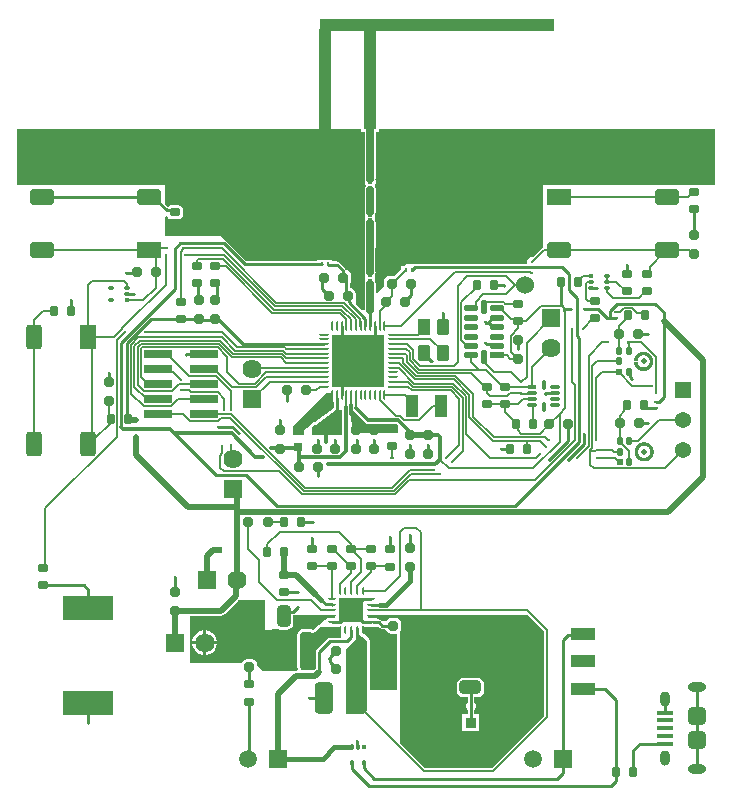
<source format=gtl>
G04*
G04 #@! TF.GenerationSoftware,Altium Limited,Altium Designer,22.9.1 (49)*
G04*
G04 Layer_Physical_Order=1*
G04 Layer_Color=255*
%FSLAX44Y44*%
%MOMM*%
G71*
G04*
G04 #@! TF.SameCoordinates,01709E0F-AE19-4BD8-882A-F161264F200E*
G04*
G04*
G04 #@! TF.FilePolarity,Positive*
G04*
G01*
G75*
%ADD14C,0.1524*%
%ADD16C,0.2540*%
G04:AMPARAMS|DCode=26|XSize=2.1mm|YSize=1.4mm|CornerRadius=0.35mm|HoleSize=0mm|Usage=FLASHONLY|Rotation=0.000|XOffset=0mm|YOffset=0mm|HoleType=Round|Shape=RoundedRectangle|*
%AMROUNDEDRECTD26*
21,1,2.1000,0.7000,0,0,0.0*
21,1,1.4000,1.4000,0,0,0.0*
1,1,0.7000,0.7000,-0.3500*
1,1,0.7000,-0.7000,-0.3500*
1,1,0.7000,-0.7000,0.3500*
1,1,0.7000,0.7000,0.3500*
%
%ADD26ROUNDEDRECTD26*%
%ADD27R,2.1000X1.4000*%
G04:AMPARAMS|DCode=30|XSize=0.3mm|YSize=0.8mm|CornerRadius=0.075mm|HoleSize=0mm|Usage=FLASHONLY|Rotation=0.000|XOffset=0mm|YOffset=0mm|HoleType=Round|Shape=RoundedRectangle|*
%AMROUNDEDRECTD30*
21,1,0.3000,0.6500,0,0,0.0*
21,1,0.1500,0.8000,0,0,0.0*
1,1,0.1500,0.0750,-0.3250*
1,1,0.1500,-0.0750,-0.3250*
1,1,0.1500,-0.0750,0.3250*
1,1,0.1500,0.0750,0.3250*
%
%ADD30ROUNDEDRECTD30*%
G04:AMPARAMS|DCode=31|XSize=0.3mm|YSize=0.8mm|CornerRadius=0.075mm|HoleSize=0mm|Usage=FLASHONLY|Rotation=90.000|XOffset=0mm|YOffset=0mm|HoleType=Round|Shape=RoundedRectangle|*
%AMROUNDEDRECTD31*
21,1,0.3000,0.6500,0,0,90.0*
21,1,0.1500,0.8000,0,0,90.0*
1,1,0.1500,0.3250,0.0750*
1,1,0.1500,0.3250,-0.0750*
1,1,0.1500,-0.3250,-0.0750*
1,1,0.1500,-0.3250,0.0750*
%
%ADD31ROUNDEDRECTD31*%
%ADD32R,0.8000X0.3000*%
%ADD33R,0.3000X0.2750*%
G04:AMPARAMS|DCode=34|XSize=0.8mm|YSize=0.8mm|CornerRadius=0.2mm|HoleSize=0mm|Usage=FLASHONLY|Rotation=270.000|XOffset=0mm|YOffset=0mm|HoleType=Round|Shape=RoundedRectangle|*
%AMROUNDEDRECTD34*
21,1,0.8000,0.4000,0,0,270.0*
21,1,0.4000,0.8000,0,0,270.0*
1,1,0.4000,-0.2000,-0.2000*
1,1,0.4000,-0.2000,0.2000*
1,1,0.4000,0.2000,0.2000*
1,1,0.4000,0.2000,-0.2000*
%
%ADD34ROUNDEDRECTD34*%
G04:AMPARAMS|DCode=35|XSize=0.9mm|YSize=0.65mm|CornerRadius=0.1625mm|HoleSize=0mm|Usage=FLASHONLY|Rotation=270.000|XOffset=0mm|YOffset=0mm|HoleType=Round|Shape=RoundedRectangle|*
%AMROUNDEDRECTD35*
21,1,0.9000,0.3250,0,0,270.0*
21,1,0.5750,0.6500,0,0,270.0*
1,1,0.3250,-0.1625,-0.2875*
1,1,0.3250,-0.1625,0.2875*
1,1,0.3250,0.1625,0.2875*
1,1,0.3250,0.1625,-0.2875*
%
%ADD35ROUNDEDRECTD35*%
G04:AMPARAMS|DCode=36|XSize=0.8mm|YSize=0.8mm|CornerRadius=0.2mm|HoleSize=0mm|Usage=FLASHONLY|Rotation=0.000|XOffset=0mm|YOffset=0mm|HoleType=Round|Shape=RoundedRectangle|*
%AMROUNDEDRECTD36*
21,1,0.8000,0.4000,0,0,0.0*
21,1,0.4000,0.8000,0,0,0.0*
1,1,0.4000,0.2000,-0.2000*
1,1,0.4000,-0.2000,-0.2000*
1,1,0.4000,-0.2000,0.2000*
1,1,0.4000,0.2000,0.2000*
%
%ADD36ROUNDEDRECTD36*%
G04:AMPARAMS|DCode=37|XSize=0.9mm|YSize=0.65mm|CornerRadius=0.1625mm|HoleSize=0mm|Usage=FLASHONLY|Rotation=180.000|XOffset=0mm|YOffset=0mm|HoleType=Round|Shape=RoundedRectangle|*
%AMROUNDEDRECTD37*
21,1,0.9000,0.3250,0,0,180.0*
21,1,0.5750,0.6500,0,0,180.0*
1,1,0.3250,-0.2875,0.1625*
1,1,0.3250,0.2875,0.1625*
1,1,0.3250,0.2875,-0.1625*
1,1,0.3250,-0.2875,-0.1625*
%
%ADD37ROUNDEDRECTD37*%
%ADD38R,4.2000X2.0000*%
%ADD39R,0.7000X0.6500*%
G04:AMPARAMS|DCode=40|XSize=0.22mm|YSize=0.86mm|CornerRadius=0.055mm|HoleSize=0mm|Usage=FLASHONLY|Rotation=180.000|XOffset=0mm|YOffset=0mm|HoleType=Round|Shape=RoundedRectangle|*
%AMROUNDEDRECTD40*
21,1,0.2200,0.7500,0,0,180.0*
21,1,0.1100,0.8600,0,0,180.0*
1,1,0.1100,-0.0550,0.3750*
1,1,0.1100,0.0550,0.3750*
1,1,0.1100,0.0550,-0.3750*
1,1,0.1100,-0.0550,-0.3750*
%
%ADD40ROUNDEDRECTD40*%
G04:AMPARAMS|DCode=41|XSize=0.22mm|YSize=0.86mm|CornerRadius=0.055mm|HoleSize=0mm|Usage=FLASHONLY|Rotation=270.000|XOffset=0mm|YOffset=0mm|HoleType=Round|Shape=RoundedRectangle|*
%AMROUNDEDRECTD41*
21,1,0.2200,0.7500,0,0,270.0*
21,1,0.1100,0.8600,0,0,270.0*
1,1,0.1100,-0.3750,-0.0550*
1,1,0.1100,-0.3750,0.0550*
1,1,0.1100,0.3750,0.0550*
1,1,0.1100,0.3750,-0.0550*
%
%ADD41ROUNDEDRECTD41*%
%ADD42R,0.8600X0.2200*%
%ADD43C,1.5240*%
%ADD44R,0.4000X0.5000*%
G04:AMPARAMS|DCode=45|XSize=1.1176mm|YSize=1.8034mm|CornerRadius=0.2794mm|HoleSize=0mm|Usage=FLASHONLY|Rotation=180.000|XOffset=0mm|YOffset=0mm|HoleType=Round|Shape=RoundedRectangle|*
%AMROUNDEDRECTD45*
21,1,1.1176,1.2446,0,0,180.0*
21,1,0.5588,1.8034,0,0,180.0*
1,1,0.5588,-0.2794,0.6223*
1,1,0.5588,0.2794,0.6223*
1,1,0.5588,0.2794,-0.6223*
1,1,0.5588,-0.2794,-0.6223*
%
%ADD45ROUNDEDRECTD45*%
G04:AMPARAMS|DCode=46|XSize=1.1176mm|YSize=1.803mm|CornerRadius=0.2794mm|HoleSize=0mm|Usage=FLASHONLY|Rotation=180.000|XOffset=0mm|YOffset=0mm|HoleType=Round|Shape=RoundedRectangle|*
%AMROUNDEDRECTD46*
21,1,1.1176,1.2442,0,0,180.0*
21,1,0.5588,1.8030,0,0,180.0*
1,1,0.5588,-0.2794,0.6221*
1,1,0.5588,0.2794,0.6221*
1,1,0.5588,0.2794,-0.6221*
1,1,0.5588,-0.2794,-0.6221*
%
%ADD46ROUNDEDRECTD46*%
%ADD47R,1.4000X2.1000*%
G04:AMPARAMS|DCode=48|XSize=2.1mm|YSize=1.4mm|CornerRadius=0.35mm|HoleSize=0mm|Usage=FLASHONLY|Rotation=270.000|XOffset=0mm|YOffset=0mm|HoleType=Round|Shape=RoundedRectangle|*
%AMROUNDEDRECTD48*
21,1,2.1000,0.7000,0,0,270.0*
21,1,1.4000,1.4000,0,0,270.0*
1,1,0.7000,-0.3500,-0.7000*
1,1,0.7000,-0.3500,0.7000*
1,1,0.7000,0.3500,0.7000*
1,1,0.7000,0.3500,-0.7000*
%
%ADD48ROUNDEDRECTD48*%
%ADD49R,0.4500X0.3000*%
G04:AMPARAMS|DCode=50|XSize=0.3mm|YSize=0.45mm|CornerRadius=0.075mm|HoleSize=0mm|Usage=FLASHONLY|Rotation=270.000|XOffset=0mm|YOffset=0mm|HoleType=Round|Shape=RoundedRectangle|*
%AMROUNDEDRECTD50*
21,1,0.3000,0.3000,0,0,270.0*
21,1,0.1500,0.4500,0,0,270.0*
1,1,0.1500,-0.1500,-0.0750*
1,1,0.1500,-0.1500,0.0750*
1,1,0.1500,0.1500,0.0750*
1,1,0.1500,0.1500,-0.0750*
%
%ADD50ROUNDEDRECTD50*%
%ADD51R,0.2750X0.3000*%
%ADD52R,1.1000X1.9000*%
%ADD53R,1.1000X1.4000*%
G04:AMPARAMS|DCode=54|XSize=1.4mm|YSize=1.1mm|CornerRadius=0.275mm|HoleSize=0mm|Usage=FLASHONLY|Rotation=270.000|XOffset=0mm|YOffset=0mm|HoleType=Round|Shape=RoundedRectangle|*
%AMROUNDEDRECTD54*
21,1,1.4000,0.5500,0,0,270.0*
21,1,0.8500,1.1000,0,0,270.0*
1,1,0.5500,-0.2750,-0.4250*
1,1,0.5500,-0.2750,0.4250*
1,1,0.5500,0.2750,0.4250*
1,1,0.5500,0.2750,-0.4250*
%
%ADD54ROUNDEDRECTD54*%
%ADD55R,1.1450X0.5500*%
G04:AMPARAMS|DCode=56|XSize=0.55mm|YSize=1.145mm|CornerRadius=0.1375mm|HoleSize=0mm|Usage=FLASHONLY|Rotation=270.000|XOffset=0mm|YOffset=0mm|HoleType=Round|Shape=RoundedRectangle|*
%AMROUNDEDRECTD56*
21,1,0.5500,0.8700,0,0,270.0*
21,1,0.2750,1.1450,0,0,270.0*
1,1,0.2750,-0.4350,-0.1375*
1,1,0.2750,-0.4350,0.1375*
1,1,0.2750,0.4350,0.1375*
1,1,0.2750,0.4350,-0.1375*
%
%ADD56ROUNDEDRECTD56*%
G04:AMPARAMS|DCode=57|XSize=0.55mm|YSize=1.145mm|CornerRadius=0.1375mm|HoleSize=0mm|Usage=FLASHONLY|Rotation=180.000|XOffset=0mm|YOffset=0mm|HoleType=Round|Shape=RoundedRectangle|*
%AMROUNDEDRECTD57*
21,1,0.5500,0.8700,0,0,180.0*
21,1,0.2750,1.1450,0,0,180.0*
1,1,0.2750,-0.1375,0.4350*
1,1,0.2750,0.1375,0.4350*
1,1,0.2750,0.1375,-0.4350*
1,1,0.2750,-0.1375,-0.4350*
%
%ADD57ROUNDEDRECTD57*%
%ADD58R,0.6000X0.2400*%
G04:AMPARAMS|DCode=59|XSize=0.24mm|YSize=0.6mm|CornerRadius=0.06mm|HoleSize=0mm|Usage=FLASHONLY|Rotation=270.000|XOffset=0mm|YOffset=0mm|HoleType=Round|Shape=RoundedRectangle|*
%AMROUNDEDRECTD59*
21,1,0.2400,0.4800,0,0,270.0*
21,1,0.1200,0.6000,0,0,270.0*
1,1,0.1200,-0.2400,-0.0600*
1,1,0.1200,-0.2400,0.0600*
1,1,0.1200,0.2400,0.0600*
1,1,0.1200,0.2400,-0.0600*
%
%ADD59ROUNDEDRECTD59*%
G04:AMPARAMS|DCode=60|XSize=0.24mm|YSize=0.6mm|CornerRadius=0.06mm|HoleSize=0mm|Usage=FLASHONLY|Rotation=180.000|XOffset=0mm|YOffset=0mm|HoleType=Round|Shape=RoundedRectangle|*
%AMROUNDEDRECTD60*
21,1,0.2400,0.4800,0,0,180.0*
21,1,0.1200,0.6000,0,0,180.0*
1,1,0.1200,-0.0600,0.2400*
1,1,0.1200,0.0600,0.2400*
1,1,0.1200,0.0600,-0.2400*
1,1,0.1200,-0.0600,-0.2400*
%
%ADD60ROUNDEDRECTD60*%
G04:AMPARAMS|DCode=61|XSize=3.2mm|YSize=1mm|CornerRadius=0.25mm|HoleSize=0mm|Usage=FLASHONLY|Rotation=270.000|XOffset=0mm|YOffset=0mm|HoleType=Round|Shape=RoundedRectangle|*
%AMROUNDEDRECTD61*
21,1,3.2000,0.5000,0,0,270.0*
21,1,2.7000,1.0000,0,0,270.0*
1,1,0.5000,-0.2500,-1.3500*
1,1,0.5000,-0.2500,1.3500*
1,1,0.5000,0.2500,1.3500*
1,1,0.5000,0.2500,-1.3500*
%
%ADD61ROUNDEDRECTD61*%
G04:AMPARAMS|DCode=62|XSize=0.4mm|YSize=1.35mm|CornerRadius=0.1mm|HoleSize=0mm|Usage=FLASHONLY|Rotation=90.000|XOffset=0mm|YOffset=0mm|HoleType=Round|Shape=RoundedRectangle|*
%AMROUNDEDRECTD62*
21,1,0.4000,1.1500,0,0,90.0*
21,1,0.2000,1.3500,0,0,90.0*
1,1,0.2000,0.5750,0.1000*
1,1,0.2000,0.5750,-0.1000*
1,1,0.2000,-0.5750,-0.1000*
1,1,0.2000,-0.5750,0.1000*
%
%ADD62ROUNDEDRECTD62*%
G04:AMPARAMS|DCode=63|XSize=1.5mm|YSize=1.55mm|CornerRadius=0.375mm|HoleSize=0mm|Usage=FLASHONLY|Rotation=90.000|XOffset=0mm|YOffset=0mm|HoleType=Round|Shape=RoundedRectangle|*
%AMROUNDEDRECTD63*
21,1,1.5000,0.8000,0,0,90.0*
21,1,0.7500,1.5500,0,0,90.0*
1,1,0.7500,0.4000,0.3750*
1,1,0.7500,0.4000,-0.3750*
1,1,0.7500,-0.4000,-0.3750*
1,1,0.7500,-0.4000,0.3750*
%
%ADD63ROUNDEDRECTD63*%
G04:AMPARAMS|DCode=64|XSize=0.3mm|YSize=0.45mm|CornerRadius=0.075mm|HoleSize=0mm|Usage=FLASHONLY|Rotation=0.000|XOffset=0mm|YOffset=0mm|HoleType=Round|Shape=RoundedRectangle|*
%AMROUNDEDRECTD64*
21,1,0.3000,0.3000,0,0,0.0*
21,1,0.1500,0.4500,0,0,0.0*
1,1,0.1500,0.0750,-0.1500*
1,1,0.1500,-0.0750,-0.1500*
1,1,0.1500,-0.0750,0.1500*
1,1,0.1500,0.0750,0.1500*
%
%ADD64ROUNDEDRECTD64*%
%ADD65R,0.3000X0.4500*%
%ADD66R,2.1000X3.2000*%
%ADD67R,2.1000X1.0000*%
G04:AMPARAMS|DCode=68|XSize=1.1176mm|YSize=1.803mm|CornerRadius=0.2794mm|HoleSize=0mm|Usage=FLASHONLY|Rotation=90.000|XOffset=0mm|YOffset=0mm|HoleType=Round|Shape=RoundedRectangle|*
%AMROUNDEDRECTD68*
21,1,1.1176,1.2442,0,0,90.0*
21,1,0.5588,1.8030,0,0,90.0*
1,1,0.5588,0.6221,0.2794*
1,1,0.5588,0.6221,-0.2794*
1,1,0.5588,-0.6221,-0.2794*
1,1,0.5588,-0.6221,0.2794*
%
%ADD68ROUNDEDRECTD68*%
G04:AMPARAMS|DCode=69|XSize=1.1176mm|YSize=1.8034mm|CornerRadius=0.2794mm|HoleSize=0mm|Usage=FLASHONLY|Rotation=90.000|XOffset=0mm|YOffset=0mm|HoleType=Round|Shape=RoundedRectangle|*
%AMROUNDEDRECTD69*
21,1,1.1176,1.2446,0,0,90.0*
21,1,0.5588,1.8034,0,0,90.0*
1,1,0.5588,0.6223,0.2794*
1,1,0.5588,0.6223,-0.2794*
1,1,0.5588,-0.6223,-0.2794*
1,1,0.5588,-0.6223,0.2794*
%
%ADD69ROUNDEDRECTD69*%
%ADD70R,0.9500X0.9000*%
G04:AMPARAMS|DCode=71|XSize=2.7mm|YSize=1.6mm|CornerRadius=0.4mm|HoleSize=0mm|Usage=FLASHONLY|Rotation=270.000|XOffset=0mm|YOffset=0mm|HoleType=Round|Shape=RoundedRectangle|*
%AMROUNDEDRECTD71*
21,1,2.7000,0.8000,0,0,270.0*
21,1,1.9000,1.6000,0,0,270.0*
1,1,0.8000,-0.4000,-0.9500*
1,1,0.8000,-0.4000,0.9500*
1,1,0.8000,0.4000,0.9500*
1,1,0.8000,0.4000,-0.9500*
%
%ADD71ROUNDEDRECTD71*%
%ADD72R,2.4000X0.7600*%
G04:AMPARAMS|DCode=73|XSize=0.76mm|YSize=2.4mm|CornerRadius=0.19mm|HoleSize=0mm|Usage=FLASHONLY|Rotation=270.000|XOffset=0mm|YOffset=0mm|HoleType=Round|Shape=RoundedRectangle|*
%AMROUNDEDRECTD73*
21,1,0.7600,2.0200,0,0,270.0*
21,1,0.3800,2.4000,0,0,270.0*
1,1,0.3800,-1.0100,-0.1900*
1,1,0.3800,-1.0100,0.1900*
1,1,0.3800,1.0100,0.1900*
1,1,0.3800,1.0100,-0.1900*
%
%ADD73ROUNDEDRECTD73*%
G04:AMPARAMS|DCode=74|XSize=0.4mm|YSize=0.35mm|CornerRadius=0.0875mm|HoleSize=0mm|Usage=FLASHONLY|Rotation=180.000|XOffset=0mm|YOffset=0mm|HoleType=Round|Shape=RoundedRectangle|*
%AMROUNDEDRECTD74*
21,1,0.4000,0.1750,0,0,180.0*
21,1,0.2250,0.3500,0,0,180.0*
1,1,0.1750,-0.1125,0.0875*
1,1,0.1750,0.1125,0.0875*
1,1,0.1750,0.1125,-0.0875*
1,1,0.1750,-0.1125,-0.0875*
%
%ADD74ROUNDEDRECTD74*%
%ADD75R,0.3000X0.3000*%
G04:AMPARAMS|DCode=76|XSize=0.4mm|YSize=0.35mm|CornerRadius=0.0875mm|HoleSize=0mm|Usage=FLASHONLY|Rotation=90.000|XOffset=0mm|YOffset=0mm|HoleType=Round|Shape=RoundedRectangle|*
%AMROUNDEDRECTD76*
21,1,0.4000,0.1750,0,0,90.0*
21,1,0.2250,0.3500,0,0,90.0*
1,1,0.1750,0.0875,0.1125*
1,1,0.1750,0.0875,-0.1125*
1,1,0.1750,-0.0875,-0.1125*
1,1,0.1750,-0.0875,0.1125*
%
%ADD76ROUNDEDRECTD76*%
%ADD143R,0.5220X0.6000*%
G04:AMPARAMS|DCode=144|XSize=0.6mm|YSize=0.522mm|CornerRadius=0.1305mm|HoleSize=0mm|Usage=FLASHONLY|Rotation=90.000|XOffset=0mm|YOffset=0mm|HoleType=Round|Shape=RoundedRectangle|*
%AMROUNDEDRECTD144*
21,1,0.6000,0.2610,0,0,90.0*
21,1,0.3390,0.5220,0,0,90.0*
1,1,0.2610,0.1305,0.1695*
1,1,0.2610,0.1305,-0.1695*
1,1,0.2610,-0.1305,-0.1695*
1,1,0.2610,-0.1305,0.1695*
%
%ADD144ROUNDEDRECTD144*%
%ADD145R,19.8628X0.9906*%
%ADD146R,1.0160X8.5852*%
%ADD147R,4.4500X4.4500*%
%ADD148R,2.0500X2.0500*%
%ADD149C,0.2286*%
%ADD150C,0.6350*%
%ADD151C,0.3048*%
%ADD152C,0.2032*%
%ADD153C,0.5080*%
%ADD154C,0.3810*%
%ADD155C,0.5000*%
%ADD156R,1.6200X1.6200*%
%ADD157C,1.6200*%
%ADD158R,1.3700X1.3700*%
%ADD159C,1.3700*%
%ADD160R,1.5080X1.5080*%
%ADD161C,1.5080*%
%ADD162O,0.8128X1.3000*%
%ADD163O,1.5500X0.8128*%
%ADD164R,1.6200X1.6200*%
%ADD165C,0.3302*%
%ADD166C,0.5588*%
%ADD167C,0.3000*%
G36*
X291306Y558723D02*
X294394D01*
Y519652D01*
X294547Y518882D01*
X294314Y517713D01*
Y515963D01*
X294579Y514630D01*
X295276Y513588D01*
X294579Y512545D01*
X294314Y511213D01*
Y509463D01*
X294389Y509086D01*
Y491010D01*
X294734Y489275D01*
X294933Y488977D01*
Y484300D01*
X294786Y484080D01*
X294441Y482346D01*
Y462067D01*
X294483Y461857D01*
X294460Y461744D01*
Y461499D01*
X294285Y460619D01*
Y440492D01*
X294630Y438758D01*
X294933Y438304D01*
Y432230D01*
X294786Y432010D01*
X294441Y430276D01*
Y416545D01*
X294570Y415899D01*
X294460Y415350D01*
Y415105D01*
X294285Y414225D01*
Y408432D01*
X291592D01*
X291391Y408231D01*
X286512Y413111D01*
Y422402D01*
X286375Y422539D01*
X286057Y424141D01*
X285053Y425643D01*
X283551Y426647D01*
X281949Y426965D01*
X281686Y427228D01*
Y431000D01*
X282247Y431839D01*
X282599Y433610D01*
Y437610D01*
X282247Y439381D01*
X281243Y440883D01*
X279741Y441887D01*
X278154Y442202D01*
X278011Y442923D01*
X277449Y443763D01*
X272571Y448641D01*
X271731Y449203D01*
X270740Y449400D01*
X270436D01*
X269188Y450648D01*
X268851Y449834D01*
X266890D01*
Y451080D01*
X253810D01*
Y449834D01*
X194056Y449834D01*
X172720Y471170D01*
X125476D01*
Y487263D01*
X126746Y487579D01*
X127472Y486492D01*
X128850Y485572D01*
X130475Y485248D01*
X136225D01*
X137850Y485572D01*
X139228Y486492D01*
X140148Y487870D01*
X140472Y489495D01*
Y492745D01*
X140148Y494370D01*
X139228Y495748D01*
X137850Y496668D01*
X136225Y496992D01*
X130475D01*
X128850Y496668D01*
X127472Y495748D01*
X127402Y495741D01*
X125476Y497667D01*
Y513991D01*
X125730Y514096D01*
X1489D01*
X254Y514181D01*
Y561340D01*
X291306D01*
Y558723D01*
D02*
G37*
G36*
X590550Y514858D02*
X590042Y514350D01*
X445008D01*
Y461518D01*
X436372Y452882D01*
X434776D01*
X433236Y452244D01*
X432057Y451065D01*
X431419Y449525D01*
Y447857D01*
X431043Y447294D01*
X329692D01*
X329438Y447548D01*
X327890Y446000D01*
X324930D01*
Y443040D01*
X319049Y437159D01*
X315120D01*
X313349Y436807D01*
X311847Y435803D01*
X310843Y434301D01*
X310491Y432530D01*
Y428601D01*
X304775Y422885D01*
X303505Y423411D01*
Y430276D01*
X303160Y432010D01*
X303013Y432230D01*
Y438247D01*
X303214Y438548D01*
X303559Y440282D01*
X303349Y441338D01*
Y460619D01*
X303283Y460951D01*
X303505Y462067D01*
Y482346D01*
X303160Y484080D01*
X303013Y484300D01*
Y489133D01*
X303108Y489275D01*
X303453Y491010D01*
Y509086D01*
X303528Y509463D01*
Y511213D01*
X303263Y512545D01*
X302567Y513588D01*
X303263Y514630D01*
X303528Y515963D01*
Y517713D01*
X303300Y518858D01*
X303458Y519652D01*
Y558723D01*
X306546D01*
Y561340D01*
X590550D01*
Y514858D01*
D02*
G37*
G36*
X530820Y372900D02*
X531250Y372870D01*
X531670Y372810D01*
X532080Y372730D01*
X532500Y372630D01*
X532900Y372510D01*
X533300Y372370D01*
X533690Y372210D01*
X534080Y372030D01*
X534450Y371820D01*
X534810Y371600D01*
X535160Y371360D01*
X535500Y371100D01*
X535820Y370830D01*
X536130Y370540D01*
X536420Y370230D01*
X536690Y369910D01*
X536950Y369570D01*
X537190Y369220D01*
X537410Y368860D01*
X537620Y368490D01*
X537800Y368100D01*
X537960Y367710D01*
X538100Y367310D01*
X538220Y366910D01*
X538320Y366490D01*
X538400Y366080D01*
X538460Y365660D01*
X538490Y365230D01*
X538500Y364810D01*
Y364710D01*
X538490Y364290D01*
X538460Y363870D01*
X538400Y363460D01*
X538330Y363050D01*
X538230Y362640D01*
X538110Y362240D01*
X537970Y361840D01*
X537810Y361460D01*
X537630Y361080D01*
X537430Y360710D01*
X537210Y360350D01*
X536970Y360010D01*
X536720Y359680D01*
X536450Y359360D01*
X536160Y359050D01*
X535850Y358760D01*
X535530Y358490D01*
X535200Y358240D01*
X534860Y358000D01*
X534500Y357780D01*
X534130Y357580D01*
X533750Y357400D01*
X533370Y357240D01*
X532970Y357100D01*
X532570Y356980D01*
X532160Y356880D01*
X531750Y356810D01*
X531340Y356750D01*
X530920Y356720D01*
X530500Y356710D01*
X530200D01*
X529780Y356720D01*
X529360Y356750D01*
X528950Y356810D01*
X528540Y356880D01*
X528130Y356980D01*
X527730Y357100D01*
X527330Y357240D01*
X526950Y357400D01*
X526570Y357580D01*
X526200Y357780D01*
X525840Y358000D01*
X525500Y358240D01*
X525170Y358490D01*
X524850Y358760D01*
X524540Y359050D01*
X524250Y359360D01*
X523980Y359680D01*
X523730Y360010D01*
X523490Y360350D01*
X523270Y360710D01*
X523070Y361080D01*
X522890Y361460D01*
X522730Y361840D01*
X522590Y362240D01*
X522470Y362640D01*
X522370Y363050D01*
X522300Y363460D01*
X522240Y363870D01*
X522210Y364290D01*
X522200Y364710D01*
X525200D01*
X525210Y364450D01*
X525230Y364190D01*
X525260Y363930D01*
X525310Y363670D01*
X525370Y363420D01*
X525440Y363160D01*
X525530Y362920D01*
X525630Y362680D01*
X525740Y362440D01*
X525870Y362210D01*
X526010Y361990D01*
X526150Y361770D01*
X526310Y361560D01*
X526480Y361360D01*
X526660Y361170D01*
X526850Y360990D01*
X527050Y360820D01*
X527260Y360660D01*
X527480Y360520D01*
X527700Y360380D01*
X527930Y360250D01*
X528170Y360140D01*
X528410Y360040D01*
X528650Y359950D01*
X528910Y359880D01*
X529160Y359820D01*
X529420Y359770D01*
X529680Y359740D01*
X529940Y359720D01*
X530200Y359710D01*
X530400D01*
X530670Y359720D01*
X530930Y359740D01*
X531200Y359770D01*
X531460Y359820D01*
X531720Y359880D01*
X531980Y359960D01*
X532230Y360050D01*
X532470Y360150D01*
X532720Y360270D01*
X532950Y360390D01*
X533180Y360530D01*
X533400Y360680D01*
X533610Y360850D01*
X533810Y361020D01*
X534010Y361200D01*
X534190Y361400D01*
X534360Y361600D01*
X534530Y361810D01*
X534680Y362030D01*
X534820Y362260D01*
X534940Y362490D01*
X535060Y362740D01*
X535160Y362980D01*
X535250Y363230D01*
X535330Y363490D01*
X535390Y363750D01*
X535440Y364010D01*
X535470Y364280D01*
X535490Y364540D01*
X535500Y364810D01*
Y364910D01*
X535490Y365170D01*
X535470Y365430D01*
X535440Y365690D01*
X535390Y365950D01*
X535330Y366200D01*
X535260Y366460D01*
X535170Y366700D01*
X535070Y366940D01*
X534960Y367180D01*
X534830Y367410D01*
X534690Y367630D01*
X534550Y367850D01*
X534390Y368060D01*
X534220Y368260D01*
X534040Y368450D01*
X533850Y368630D01*
X533650Y368800D01*
X533440Y368960D01*
X533220Y369100D01*
X533000Y369240D01*
X532770Y369370D01*
X532530Y369480D01*
X532290Y369580D01*
X532050Y369670D01*
X531790Y369740D01*
X531540Y369800D01*
X531280Y369850D01*
X531020Y369880D01*
X530760Y369900D01*
X530500Y369910D01*
X530200D01*
X529940Y369900D01*
X529680Y369880D01*
X529420Y369850D01*
X529160Y369800D01*
X528910Y369740D01*
X528650Y369670D01*
X528410Y369580D01*
X528170Y369480D01*
X527930Y369370D01*
X527700Y369240D01*
X527480Y369100D01*
X527260Y368960D01*
X527050Y368800D01*
X526850Y368630D01*
X526660Y368450D01*
X526480Y368260D01*
X526310Y368060D01*
X526150Y367850D01*
X526010Y367630D01*
X525870Y367410D01*
X525740Y367180D01*
X525630Y366940D01*
X525530Y366700D01*
X525440Y366460D01*
X525370Y366200D01*
X525310Y365950D01*
X525260Y365690D01*
X525230Y365430D01*
X525210Y365170D01*
X525200Y364910D01*
X522200D01*
Y365010D01*
X522210Y365420D01*
X522240Y365840D01*
X522300Y366250D01*
X522370Y366650D01*
X522470Y367050D01*
X522590Y367450D01*
X522720Y367840D01*
X522880Y368220D01*
X523060Y368600D01*
X523260Y368960D01*
X523470Y369310D01*
X523710Y369650D01*
X523960Y369980D01*
X524230Y370300D01*
X524510Y370600D01*
X524810Y370880D01*
X525130Y371150D01*
X525460Y371400D01*
X525800Y371640D01*
X526150Y371850D01*
X526510Y372050D01*
X526890Y372230D01*
X527270Y372390D01*
X527660Y372520D01*
X528060Y372640D01*
X528460Y372740D01*
X528860Y372810D01*
X529270Y372870D01*
X529690Y372900D01*
X530100Y372910D01*
X530400D01*
X530820Y372900D01*
D02*
G37*
G36*
X296623Y311658D02*
X322011D01*
X322326Y311343D01*
Y304546D01*
X283850D01*
X282799Y322677D01*
X283946Y323223D01*
X296623Y311658D01*
D02*
G37*
G36*
X274828Y309626D02*
Y302768D01*
X249936D01*
X249682Y303022D01*
Y308553D01*
X249785Y308668D01*
X250094Y308976D01*
X250121Y309043D01*
X250169Y309096D01*
X250261Y309357D01*
X250848Y310236D01*
X251493Y310667D01*
X252412Y310850D01*
X252478Y310877D01*
X252549Y310881D01*
X252942Y311070D01*
X253345Y311236D01*
X253396Y311287D01*
X253460Y311318D01*
X269778Y323556D01*
X269813Y323596D01*
X274828D01*
Y309626D01*
D02*
G37*
G36*
X267129Y332372D02*
X267369Y331166D01*
X268052Y330144D01*
X268224Y330030D01*
Y325628D01*
X251906Y313390D01*
X250483Y313107D01*
X248981Y312103D01*
X247977Y310601D01*
X247940Y310415D01*
X242824Y306578D01*
Y302260D01*
X233934D01*
Y309880D01*
X261874Y337820D01*
X267129Y337820D01*
Y332372D01*
D02*
G37*
G36*
X531350Y296380D02*
X531780Y296350D01*
X532200Y296290D01*
X532610Y296210D01*
X533030Y296110D01*
X533430Y295990D01*
X533830Y295850D01*
X534220Y295690D01*
X534610Y295510D01*
X534980Y295300D01*
X535340Y295080D01*
X535690Y294840D01*
X536030Y294580D01*
X536350Y294310D01*
X536660Y294020D01*
X536950Y293710D01*
X537220Y293390D01*
X537480Y293050D01*
X537720Y292700D01*
X537940Y292340D01*
X538150Y291970D01*
X538330Y291580D01*
X538490Y291190D01*
X538630Y290790D01*
X538750Y290390D01*
X538850Y289970D01*
X538930Y289560D01*
X538990Y289140D01*
X539020Y288710D01*
X539030Y288290D01*
Y288190D01*
X539020Y287770D01*
X538990Y287350D01*
X538930Y286940D01*
X538860Y286530D01*
X538760Y286120D01*
X538640Y285720D01*
X538500Y285320D01*
X538340Y284940D01*
X538160Y284560D01*
X537960Y284190D01*
X537740Y283830D01*
X537500Y283490D01*
X537250Y283160D01*
X536980Y282840D01*
X536690Y282530D01*
X536380Y282240D01*
X536060Y281970D01*
X535730Y281720D01*
X535390Y281480D01*
X535030Y281260D01*
X534660Y281060D01*
X534280Y280880D01*
X533900Y280720D01*
X533500Y280580D01*
X533100Y280460D01*
X532690Y280360D01*
X532280Y280290D01*
X531870Y280230D01*
X531450Y280200D01*
X531030Y280190D01*
X530730D01*
X530310Y280200D01*
X529890Y280230D01*
X529480Y280290D01*
X529070Y280360D01*
X528660Y280460D01*
X528260Y280580D01*
X527860Y280720D01*
X527480Y280880D01*
X527100Y281060D01*
X526730Y281260D01*
X526370Y281480D01*
X526030Y281720D01*
X525700Y281970D01*
X525380Y282240D01*
X525070Y282530D01*
X524780Y282840D01*
X524510Y283160D01*
X524260Y283490D01*
X524020Y283830D01*
X523800Y284190D01*
X523600Y284560D01*
X523420Y284940D01*
X523260Y285320D01*
X523120Y285720D01*
X523000Y286120D01*
X522900Y286530D01*
X522830Y286940D01*
X522770Y287350D01*
X522740Y287770D01*
X522730Y288190D01*
X525730D01*
X525740Y287930D01*
X525760Y287670D01*
X525790Y287410D01*
X525840Y287150D01*
X525900Y286900D01*
X525970Y286640D01*
X526060Y286400D01*
X526160Y286160D01*
X526270Y285920D01*
X526400Y285690D01*
X526540Y285470D01*
X526680Y285250D01*
X526840Y285040D01*
X527010Y284840D01*
X527190Y284650D01*
X527380Y284470D01*
X527580Y284300D01*
X527790Y284140D01*
X528010Y284000D01*
X528230Y283860D01*
X528460Y283730D01*
X528700Y283620D01*
X528940Y283520D01*
X529180Y283430D01*
X529440Y283360D01*
X529690Y283300D01*
X529950Y283250D01*
X530210Y283220D01*
X530470Y283200D01*
X530730Y283190D01*
X530930D01*
X531200Y283200D01*
X531460Y283220D01*
X531730Y283250D01*
X531990Y283300D01*
X532250Y283360D01*
X532510Y283440D01*
X532760Y283530D01*
X533000Y283630D01*
X533250Y283750D01*
X533480Y283870D01*
X533710Y284010D01*
X533930Y284160D01*
X534140Y284330D01*
X534340Y284500D01*
X534540Y284680D01*
X534720Y284880D01*
X534890Y285080D01*
X535060Y285290D01*
X535210Y285510D01*
X535350Y285740D01*
X535470Y285970D01*
X535590Y286220D01*
X535690Y286460D01*
X535780Y286710D01*
X535860Y286970D01*
X535920Y287230D01*
X535970Y287490D01*
X536000Y287760D01*
X536020Y288020D01*
X536030Y288290D01*
Y288390D01*
X536020Y288650D01*
X536000Y288910D01*
X535970Y289170D01*
X535920Y289430D01*
X535860Y289680D01*
X535790Y289940D01*
X535700Y290180D01*
X535600Y290420D01*
X535490Y290660D01*
X535360Y290890D01*
X535220Y291110D01*
X535080Y291330D01*
X534920Y291540D01*
X534750Y291740D01*
X534570Y291930D01*
X534380Y292110D01*
X534180Y292280D01*
X533970Y292440D01*
X533750Y292580D01*
X533530Y292720D01*
X533300Y292850D01*
X533060Y292960D01*
X532820Y293060D01*
X532580Y293150D01*
X532320Y293220D01*
X532070Y293280D01*
X531810Y293330D01*
X531550Y293360D01*
X531290Y293380D01*
X531030Y293390D01*
X530730D01*
X530470Y293380D01*
X530210Y293360D01*
X529950Y293330D01*
X529690Y293280D01*
X529440Y293220D01*
X529180Y293150D01*
X528940Y293060D01*
X528700Y292960D01*
X528460Y292850D01*
X528230Y292720D01*
X528010Y292580D01*
X527790Y292440D01*
X527580Y292280D01*
X527380Y292110D01*
X527190Y291930D01*
X527010Y291740D01*
X526840Y291540D01*
X526680Y291330D01*
X526540Y291110D01*
X526400Y290890D01*
X526270Y290660D01*
X526160Y290420D01*
X526060Y290180D01*
X525970Y289940D01*
X525900Y289680D01*
X525840Y289430D01*
X525790Y289170D01*
X525760Y288910D01*
X525740Y288650D01*
X525730Y288390D01*
X522730D01*
Y288490D01*
X522740Y288900D01*
X522770Y289320D01*
X522830Y289730D01*
X522900Y290130D01*
X523000Y290530D01*
X523120Y290930D01*
X523250Y291320D01*
X523410Y291700D01*
X523590Y292080D01*
X523790Y292440D01*
X524000Y292790D01*
X524240Y293130D01*
X524490Y293460D01*
X524760Y293780D01*
X525040Y294080D01*
X525340Y294360D01*
X525660Y294630D01*
X525990Y294880D01*
X526330Y295120D01*
X526680Y295330D01*
X527040Y295530D01*
X527420Y295710D01*
X527800Y295870D01*
X528190Y296000D01*
X528590Y296120D01*
X528990Y296220D01*
X529390Y296290D01*
X529800Y296350D01*
X530220Y296380D01*
X530630Y296390D01*
X530930D01*
X531350Y296380D01*
D02*
G37*
G36*
X209550Y137746D02*
X221208Y138001D01*
X222758Y137692D01*
X228346D01*
X230427Y138106D01*
X230576Y138206D01*
X232192Y139285D01*
X233370Y141050D01*
X233785Y143131D01*
Y150107D01*
X242585D01*
Y150115D01*
X268488D01*
X269348Y149181D01*
X269237Y147836D01*
X264602Y147752D01*
X264066D01*
X264012Y147741D01*
X262176Y147707D01*
X260350Y146050D01*
X250203Y137345D01*
X249401Y137882D01*
X247434Y138273D01*
X242434D01*
X240467Y137882D01*
X238800Y136768D01*
X237686Y135100D01*
X237608Y134707D01*
X237295Y133134D01*
Y106134D01*
X237686Y104167D01*
X237805Y103990D01*
X237206Y102870D01*
X208280D01*
X203193Y107957D01*
X202873Y109567D01*
X201869Y111069D01*
X200367Y112073D01*
X198596Y112425D01*
X194596D01*
X192825Y112073D01*
X191323Y111069D01*
X190319Y109567D01*
X190250Y109220D01*
X188322Y109220D01*
X188322Y109220D01*
X146050D01*
Y149659D01*
X172848D01*
X174335Y149955D01*
X175595Y150797D01*
X186861Y162063D01*
X187358Y162560D01*
X209550D01*
Y137746D01*
D02*
G37*
G36*
X273058Y139842D02*
X274142Y139160D01*
Y131074D01*
X273544Y130436D01*
X264498D01*
X263507Y130239D01*
X262667Y129677D01*
X253439Y120449D01*
X252877Y119609D01*
X252680Y118618D01*
Y104452D01*
X252523Y104347D01*
X251838Y103661D01*
X241424Y103655D01*
X240345Y104495D01*
X240296Y104614D01*
X240283Y104742D01*
X240171Y104952D01*
X239929Y106169D01*
Y133099D01*
X240126Y134090D01*
X240667Y134901D01*
X240777Y134974D01*
X240777Y134974D01*
X241478Y135442D01*
X242395Y135625D01*
X247473D01*
X248390Y135442D01*
X248764Y135192D01*
X248909Y135132D01*
X249032Y135035D01*
X249372Y134940D01*
X249698Y134805D01*
X249855D01*
X250005Y134763D01*
X250356Y134805D01*
X250708D01*
X250853Y134865D01*
X251009Y134884D01*
X251316Y135057D01*
X251642Y135192D01*
X251753Y135303D01*
X251889Y135380D01*
X257090Y139842D01*
X273058D01*
D02*
G37*
G36*
X293926Y140210D02*
X305006D01*
Y140210D01*
X306276Y140318D01*
X307363Y139230D01*
X308162Y138697D01*
X309103Y138510D01*
X311853D01*
X312113Y137199D01*
X313117Y135697D01*
X314619Y134693D01*
X316390Y134341D01*
X320390D01*
X320882Y134439D01*
X321864Y133633D01*
Y86360D01*
X298662D01*
Y89510D01*
X298578Y90147D01*
Y128201D01*
X298381Y129192D01*
X297820Y130032D01*
X294166Y133686D01*
X293954Y133828D01*
X293774Y134008D01*
X293538Y134106D01*
X293326Y134247D01*
X293303Y134252D01*
X292245Y134765D01*
Y140412D01*
X292279Y140431D01*
X293926D01*
Y140210D01*
D02*
G37*
G36*
X288882Y139958D02*
X289165Y139398D01*
Y135050D01*
X289167Y135040D01*
Y135038D01*
X289159Y135030D01*
X289171Y135019D01*
X289408Y133825D01*
X290102Y132786D01*
X291141Y132092D01*
X292335Y131855D01*
X295989Y128201D01*
Y70050D01*
X296040Y69998D01*
X292666Y66624D01*
Y66575D01*
X278130D01*
Y120650D01*
X286410Y128930D01*
X286772D01*
Y135020D01*
X286766Y135026D01*
Y135042D01*
X286768Y135050D01*
Y139566D01*
X287854Y140294D01*
X288882Y139958D01*
D02*
G37*
G36*
X445770Y136770D02*
Y63890D01*
X402200Y20320D01*
X345186Y20320D01*
X324454Y41052D01*
Y47594D01*
Y136881D01*
X324667Y137199D01*
X325019Y138970D01*
Y142970D01*
X324667Y144741D01*
X323663Y146243D01*
X322161Y147247D01*
X320390Y147599D01*
X316390D01*
X314619Y147247D01*
X313117Y146243D01*
X312280Y144990D01*
X308562D01*
X307933Y145620D01*
X307134Y146153D01*
X306193Y146340D01*
X305006D01*
Y147690D01*
X297180D01*
Y150149D01*
X301866D01*
X302220Y150219D01*
X432321D01*
X445770Y136770D01*
D02*
G37*
%LPC*%
G36*
X133419Y479279D02*
X132428Y479082D01*
X131588Y478520D01*
X131519Y478451D01*
X130957Y477611D01*
X130760Y476620D01*
X130957Y475629D01*
X131519Y474789D01*
X132359Y474227D01*
X133350Y474030D01*
X134341Y474227D01*
X135181Y474789D01*
X135250Y474858D01*
X135812Y475698D01*
X136009Y476689D01*
X135812Y477680D01*
X135250Y478520D01*
X134410Y479082D01*
X133419Y479279D01*
D02*
G37*
G36*
X160151Y137382D02*
X160020D01*
Y128012D01*
X169390D01*
Y128143D01*
X168665Y130849D01*
X167264Y133275D01*
X165283Y135256D01*
X162857Y136657D01*
X160151Y137382D01*
D02*
G37*
G36*
X157480D02*
X157349D01*
X154643Y136657D01*
X152217Y135256D01*
X150236Y133275D01*
X148835Y130849D01*
X148110Y128143D01*
Y128012D01*
X157480D01*
Y137382D01*
D02*
G37*
G36*
X169390Y125472D02*
X160020D01*
Y116102D01*
X160151D01*
X162857Y116827D01*
X165283Y118228D01*
X167264Y120209D01*
X168665Y122635D01*
X169390Y125341D01*
Y125472D01*
D02*
G37*
G36*
X157480D02*
X148110D01*
Y125341D01*
X148835Y122635D01*
X150236Y120209D01*
X152217Y118228D01*
X154643Y116827D01*
X157349Y116102D01*
X157480D01*
Y125472D01*
D02*
G37*
G36*
X390015Y96985D02*
X377573D01*
X375492Y96571D01*
X373727Y95392D01*
X372548Y93627D01*
X372135Y91546D01*
Y85958D01*
X372548Y83877D01*
X373727Y82113D01*
X375492Y80934D01*
X377573Y80520D01*
X381458D01*
Y76489D01*
X380495Y75526D01*
X379857Y73986D01*
Y72318D01*
X380495Y70778D01*
X381458Y69815D01*
Y66076D01*
X376758D01*
Y51996D01*
X391338D01*
Y66076D01*
X386638D01*
Y69815D01*
X387601Y70778D01*
X388239Y72318D01*
Y73986D01*
X387601Y75526D01*
X386638Y76489D01*
Y80520D01*
X390015D01*
X392096Y80934D01*
X393861Y82113D01*
X395039Y83877D01*
X395453Y85958D01*
Y91546D01*
X395039Y93627D01*
X393861Y95392D01*
X392096Y96571D01*
X390015Y96985D01*
D02*
G37*
%LPD*%
D14*
X382778Y317466D02*
Y336466D01*
Y317466D02*
X402556Y297688D01*
X386080Y318115D02*
Y337115D01*
X369740Y349504D02*
X382778Y336466D01*
X336798Y349504D02*
X369740D01*
X370897Y352298D02*
X386080Y337115D01*
X403713Y300482D02*
X446916D01*
X337955Y352298D02*
X370897D01*
X386080Y318115D02*
X403713Y300482D01*
X173101Y460629D02*
X219392Y414338D01*
X140843Y460629D02*
X173101D01*
X140716Y460756D02*
X140843Y460629D01*
X138430Y417090D02*
Y457862D01*
X140716Y460148D02*
Y460629D01*
X138430Y457862D02*
X140716Y460148D01*
X142314Y454660D02*
X175119D01*
X142205Y454551D02*
X142314Y454660D01*
X333101Y269230D02*
X357849D01*
X332833Y272913D02*
X353262D01*
X318888Y255016D02*
X333101Y269230D01*
X317730Y257810D02*
X332833Y272913D01*
X509590Y355420D02*
X520840Y344170D01*
X537210D01*
X374396Y294146D02*
Y332994D01*
X363019Y282769D02*
X374396Y294146D01*
X421601Y429260D02*
X429768D01*
X469991Y347756D02*
Y392430D01*
X106506Y416640D02*
X117220Y427354D01*
X93110Y416640D02*
X106506D01*
X117220Y427354D02*
Y440690D01*
X327636Y223496D02*
X338098D01*
X341630Y153936D02*
Y219964D01*
X338098Y223496D02*
X341630Y219964D01*
X324104Y183431D02*
Y219964D01*
X327636Y223496D01*
X204470Y177800D02*
X219710Y162560D01*
X248956D02*
X257566Y153950D01*
X219710Y162560D02*
X248956D01*
X211698Y209920D02*
X222250Y220472D01*
X272542D02*
X282641Y210373D01*
X222250Y220472D02*
X272542D01*
X311123Y170450D02*
X324104Y183431D01*
X381000Y436880D02*
X413981D01*
X421601Y429260D01*
X181188Y283632D02*
X182880Y281940D01*
X180848Y293624D02*
X181188Y293284D01*
Y283632D02*
Y293284D01*
X173482Y286871D02*
Y292862D01*
X171720Y285109D02*
X173482Y286871D01*
X171720Y274812D02*
Y285109D01*
Y274812D02*
X174724Y271808D01*
X221716D01*
X241301Y252222D01*
X84138Y310809D02*
X84392Y311063D01*
Y320620D01*
X84138Y301095D02*
Y310809D01*
X23957Y240914D02*
X84138Y301095D01*
X169659Y314208D02*
X172697Y317246D01*
X146201Y314208D02*
X169659D01*
X157930Y320040D02*
X181386D01*
X242459Y255016D02*
X318888D01*
X181386Y320040D02*
X243616Y257810D01*
X180229Y317246D02*
X242459Y255016D01*
X243616Y257810D02*
X317730D01*
X172697Y317246D02*
X180229D01*
X485416Y289284D02*
X489661D01*
X490115Y289739D01*
X483870Y292946D02*
Y369570D01*
X477075Y286151D02*
X483870Y292946D01*
X477075Y286151D02*
Y286151D01*
X490115Y289739D02*
X503623D01*
X474176Y283252D02*
X477075Y286151D01*
X438104Y264114D02*
X472502Y298512D01*
X331937Y264114D02*
X438104D01*
X472502Y298512D02*
Y345245D01*
X486664Y291342D02*
Y360885D01*
X485140Y277114D02*
Y289818D01*
X503623Y289739D02*
X505071Y288290D01*
X485140Y289818D02*
X486664Y291342D01*
Y360885D02*
X490589Y364810D01*
X485140Y277114D02*
X487996Y274258D01*
X506454Y282956D02*
X507882Y281528D01*
X487996Y274258D02*
X548578D01*
X507882Y281528D02*
X508272D01*
X490982Y282956D02*
X506454D01*
X508272Y281528D02*
X510120Y279680D01*
X367792Y279400D02*
X377190Y288798D01*
Y334151D01*
X400050Y283210D02*
X438912D01*
X379984Y303276D02*
Y335309D01*
Y303276D02*
X400050Y283210D01*
X402556Y297688D02*
X431800D01*
X438912Y283210D02*
X442468Y286766D01*
X449500Y297898D02*
X449899D01*
X446916Y300482D02*
X449500Y297898D01*
X442722Y297688D02*
X448056Y292354D01*
X431800Y297688D02*
X442722D01*
X490220Y298577D02*
X490347Y298450D01*
X490220Y298577D02*
Y350520D01*
X483870Y369570D02*
X495300Y381000D01*
X469991Y347756D02*
X472502Y345245D01*
X320045Y252222D02*
X331937Y264114D01*
X431800Y291200D02*
Y297688D01*
X431430Y290830D02*
X431800Y291200D01*
X241301Y252222D02*
X320045D01*
X175260Y323850D02*
Y332971D01*
X181102Y323850D02*
Y339829D01*
X169659Y338572D02*
X175260Y332971D01*
X218235Y411544D02*
X275350D01*
X217077Y408750D02*
X274193D01*
X215920Y405956D02*
X248822D01*
X175119Y454660D02*
X218235Y411544D01*
X167640Y445400D02*
X176476D01*
X219392Y414338D02*
X276508D01*
X173961Y451866D02*
X217077Y408750D01*
X153875Y451866D02*
X173961D01*
X176476Y445400D02*
X215920Y405956D01*
X77470Y315741D02*
Y331090D01*
X63644Y297319D02*
X80915Y314590D01*
X63644Y297319D02*
Y385860D01*
Y294204D02*
Y297319D01*
X111646Y458834D02*
X113822Y461010D01*
X127000D01*
X126337Y429867D02*
Y454660D01*
X90029Y393559D02*
X126337Y429867D01*
X63644Y385860D02*
X82330D01*
X89928Y393559D02*
X90029D01*
X87771Y391402D02*
X89928Y393559D01*
X87771Y391301D02*
Y391402D01*
X82330Y385860D02*
X87771Y391301D01*
X517810Y373810D02*
Y379599D01*
X516890Y380519D02*
X517810Y379599D01*
X516890Y380519D02*
Y381000D01*
X84328Y382757D02*
X91447Y389876D01*
X84328Y320684D02*
Y382757D01*
Y320684D02*
X84392Y320620D01*
X168623Y352308D02*
X181102Y339829D01*
X145662Y352308D02*
X168623D01*
X127130Y370840D02*
X145662Y352308D01*
X118930Y370840D02*
X127130D01*
X138430Y340360D02*
X145449D01*
X147237Y338572D01*
X169659D01*
X140369Y320040D02*
X146201Y314208D01*
X118930Y320040D02*
X140369D01*
X368187Y343154D02*
X377190Y334151D01*
X367030Y340360D02*
X374396Y332994D01*
X369345Y345948D02*
X379984Y335309D01*
X334088Y340360D02*
X367030D01*
X336403Y345948D02*
X369345D01*
X318180Y347472D02*
X330927D01*
X330976Y343472D02*
X334088Y340360D01*
X330927Y347472D02*
X335245Y343154D01*
X323217Y359134D02*
X336403Y345948D01*
X335245Y343154D02*
X368187D01*
X318180Y343472D02*
X330976D01*
X310830Y336122D02*
X328478D01*
X333956Y330644D01*
Y326644D02*
Y330644D01*
X351830Y326644D02*
X358956D01*
X327614Y315112D02*
X340298D01*
X324210Y318516D02*
X327614Y315112D01*
X320485Y318516D02*
X324210D01*
X307168Y331833D02*
X320485Y318516D01*
X307168Y331833D02*
Y335784D01*
X306830Y336122D02*
X307168Y335784D01*
X340298Y315112D02*
X351830Y326644D01*
X541020Y337820D02*
Y368524D01*
X528544Y381000D02*
X541020Y368524D01*
X509590Y355420D02*
Y355810D01*
X490220Y350520D02*
X495510Y355810D01*
X509590D01*
X548578Y274258D02*
X563880Y289560D01*
X510330Y296690D02*
Y312210D01*
X518340Y279290D02*
Y288680D01*
X510330Y296690D02*
X518340Y288680D01*
X516890Y381000D02*
X528544D01*
X543296Y314960D02*
X563880D01*
X525626Y297290D02*
X543296Y314960D01*
X518340Y297290D02*
X525626D01*
X510330Y312210D02*
X510540Y312420D01*
X505071Y288290D02*
X510120D01*
Y279290D02*
Y279680D01*
X490589Y364810D02*
X509590D01*
X495300Y381000D02*
X500380D01*
X510540Y312420D02*
Y318770D01*
X514218Y322449D02*
Y325888D01*
X510540Y318770D02*
X514218Y322449D01*
Y325888D02*
X515990Y327660D01*
X524819Y405973D02*
X529647D01*
X510213Y406485D02*
X514120Y410392D01*
X520400D01*
X524819Y405973D01*
X529647D02*
X531760Y403860D01*
X517260Y402610D02*
Y403860D01*
X509590Y373810D02*
X509700Y373920D01*
Y387825D02*
X509810Y387934D01*
X509700Y373920D02*
Y387825D01*
X509810Y387934D02*
Y395160D01*
X517260Y402610D01*
X506730Y406485D02*
X510213D01*
X173100Y389510D02*
X185956Y376654D01*
X108330Y389510D02*
X173100D01*
X185956Y376654D02*
X226514D01*
X341630Y153936D02*
X431534D01*
X299480D02*
X341630D01*
X431534D02*
X448310Y137160D01*
Y63500D02*
Y137160D01*
X402590Y17780D02*
X448310Y63500D01*
X288066Y74510D02*
Y80010D01*
Y74510D02*
X344796Y17780D01*
X402590D01*
X292966Y170450D02*
X311123D01*
X204470Y177800D02*
Y196850D01*
X195712Y205608D02*
Y228706D01*
Y205608D02*
X204470Y196850D01*
X372936Y428816D02*
X381000Y436880D01*
X372936Y364046D02*
Y428816D01*
X177800Y356052D02*
Y368531D01*
Y356052D02*
X188186Y345666D01*
X169659Y376672D02*
X177800Y368531D01*
X121124Y355946D02*
X131607D01*
X118930Y358140D02*
X121124Y355946D01*
X131607D02*
X138430Y349123D01*
X137160Y345440D02*
X157930D01*
X131328Y339608D02*
X137160Y345440D01*
X107201Y339608D02*
X131328D01*
X482644Y431670D02*
X485880D01*
X481330Y417597D02*
Y430356D01*
X482644Y431670D01*
X485880D02*
X486010Y431800D01*
X488900Y415870D02*
X488950Y415820D01*
X483057Y415870D02*
X488900D01*
X481330Y417597D02*
X483057Y415870D01*
X478790Y392430D02*
X478800D01*
X487690Y401320D01*
X488950D01*
X117220Y440690D02*
Y453260D01*
X91447Y389876D02*
X91454D01*
X152400Y450391D02*
X153875Y451866D01*
X14080Y294860D02*
Y385860D01*
X21590Y407670D02*
X30850D01*
X14080Y385860D02*
Y400160D01*
X21590Y407670D01*
X106088Y376672D02*
X169659D01*
X102104Y344705D02*
Y376639D01*
X103774Y382260D02*
X171973D01*
X104931Y379466D02*
X170816D01*
X102104Y376639D02*
X104931Y379466D01*
X104898Y351272D02*
Y375482D01*
X106088Y376672D01*
X99310Y377796D02*
X103774Y382260D01*
X96516Y378954D02*
X102616Y385054D01*
X99310Y343548D02*
Y377796D01*
X96516Y337593D02*
Y378954D01*
X59580Y429150D02*
X63500Y433070D01*
X59580Y385860D02*
Y429150D01*
X63500Y433070D02*
X90170D01*
X93110Y426640D02*
Y430130D01*
X90170Y433070D02*
X93110Y430130D01*
X152400Y445400D02*
Y450391D01*
X248822Y405956D02*
X248822Y405956D01*
X273036D01*
X278492Y400500D01*
X318180Y367472D02*
X325948D01*
X326898Y363355D02*
Y366522D01*
X325948Y367472D02*
X326898Y366522D01*
Y363355D02*
X337955Y352298D01*
X394970Y368915D02*
X396580Y367305D01*
Y362880D02*
X403860Y355600D01*
X418174D01*
X396580Y362880D02*
Y367305D01*
X418174Y355600D02*
X426720Y347054D01*
X23957Y191735D02*
Y240914D01*
X21844Y189622D02*
X23957Y191735D01*
X227696Y375472D02*
X259480D01*
X226514Y376654D02*
X227696Y375472D01*
X77470Y331090D02*
Y331225D01*
X318518Y359134D02*
X323217D01*
X318180Y359472D02*
X318518Y359134D01*
X341427Y360680D02*
X369570D01*
X339113Y355092D02*
X384160D01*
X369570Y360680D02*
X372936Y364046D01*
X329692Y364513D02*
X339113Y355092D01*
X340270Y357886D02*
X389636D01*
X335280Y366827D02*
X341427Y360680D01*
X332486Y365670D02*
X340270Y357886D01*
X318518Y363134D02*
X323168D01*
X318180Y363472D02*
X318518Y363134D01*
X323168D02*
X336798Y349504D01*
X102104Y344705D02*
X107201Y339608D01*
X104898Y351272D02*
X110730Y345440D01*
X96516Y337593D02*
X107201Y326908D01*
X130659D02*
X136491Y332740D01*
X157930D01*
X171973Y382260D02*
X183167Y371066D01*
X102616Y385054D02*
X173131D01*
X170816Y379466D02*
X182010Y368272D01*
X173131Y385054D02*
X184324Y373860D01*
X286492Y395160D02*
Y400402D01*
X290492Y395160D02*
Y400354D01*
X276508Y414338D02*
X290492Y400354D01*
X275350Y411544D02*
X286492Y400402D01*
X282492Y395160D02*
Y400451D01*
X274193Y408750D02*
X282492Y400451D01*
X278492Y395160D02*
Y400500D01*
Y395160D02*
X278830Y394822D01*
X282492Y395160D02*
X282830Y394822D01*
X290492Y395160D02*
X290830Y394822D01*
X286492Y395160D02*
X286830Y394822D01*
X59580Y385860D02*
X63644D01*
X99310Y343548D02*
X110118Y332740D01*
X110730Y345440D02*
X118930D01*
X107201Y326908D02*
X130659D01*
X111646Y458834D02*
X117220Y453260D01*
X20646Y458834D02*
X111646D01*
X157930Y358140D02*
X166742D01*
X182010Y342872D02*
X202152D01*
X166742Y358140D02*
X182010Y342872D01*
X188186Y345666D02*
X200995D01*
X210801Y355472D01*
X202152Y342872D02*
X210752Y351472D01*
X183167Y371066D02*
X224200D01*
X182010Y368272D02*
X223043D01*
X110118Y332740D02*
X118930D01*
X184324Y373860D02*
X225357D01*
X227745Y371472D02*
X259480D01*
X225357Y373860D02*
X227745Y371472D01*
X223043Y368272D02*
X227843Y363472D01*
X224200Y371066D02*
X227794Y367472D01*
X259480D01*
X227843Y363472D02*
X259480D01*
X210752Y351472D02*
X259480D01*
X210801Y355472D02*
X259480D01*
X199140Y332740D02*
X213872Y347472D01*
X259480D01*
X200134Y359134D02*
X259142D01*
X259480Y359472D01*
X199140Y358140D02*
X200134Y359134D01*
X256280Y343472D02*
X259480D01*
X244220Y340360D02*
X253168D01*
X256280Y343472D01*
X389636Y357886D02*
X396606D01*
X411500Y342992D01*
X384160Y355092D02*
X396260Y342992D01*
X389636Y357886D02*
X389890Y358140D01*
X318180Y371472D02*
X328298D01*
X329692Y370078D01*
Y364513D02*
Y370078D01*
X318180Y379472D02*
X330458D01*
X335280Y366827D02*
Y374650D01*
X330458Y379472D02*
X335280Y374650D01*
X329657Y375472D02*
X332486Y372644D01*
Y365670D02*
Y372644D01*
X318180Y375472D02*
X329657D01*
X396260Y342992D02*
X397510D01*
X383995Y364035D02*
Y369890D01*
Y364035D02*
X389890Y358140D01*
X411500Y342992D02*
X412750D01*
X426720Y347054D02*
X431553Y351887D01*
Y380503D01*
X452370Y401320D01*
X339432Y387472D02*
X344170Y392210D01*
Y393700D01*
X318180Y387472D02*
X339432D01*
X257566Y153950D02*
X266466D01*
X194564Y149352D02*
X208327D01*
X222934Y130634D02*
X227172Y134872D01*
X222934Y119634D02*
Y130634D01*
X220272Y122296D02*
X222934Y119634D01*
X212212Y228706D02*
X225922D01*
X272966Y170450D02*
Y175938D01*
X282702Y185674D02*
Y191230D01*
X272966Y175938D02*
X282702Y185674D01*
X282641Y205791D02*
Y210373D01*
Y205791D02*
X282702Y205730D01*
X211698Y203454D02*
Y209920D01*
X315923Y191177D02*
X315976Y191124D01*
X299466Y191230D02*
X299519Y191177D01*
X315923D01*
X287966Y174936D02*
X299466Y186436D01*
Y191230D01*
X287966Y170450D02*
Y174936D01*
X283485Y205730D02*
X299466D01*
X282702D02*
X283485D01*
X285907Y202525D02*
X291338Y197094D01*
Y186415D02*
Y197094D01*
X283485Y205730D02*
X285907Y203308D01*
Y202525D02*
Y203308D01*
X282966Y178043D02*
X291338Y186415D01*
X282966Y170450D02*
Y178043D01*
X281697Y191230D02*
X282702D01*
X267197Y205730D02*
X281697Y191230D01*
X266192Y205730D02*
X267197D01*
X249682Y191230D02*
X266192D01*
X266466Y190956D01*
Y163950D02*
Y190956D01*
X287966Y130787D02*
X293019Y125734D01*
X287966Y130787D02*
Y137450D01*
D16*
X526540Y312420D02*
X533908D01*
X282966Y147346D02*
X289570D01*
Y153950D02*
Y160554D01*
X292896Y163880D02*
X299396D01*
X299466Y163950D01*
X289570Y160554D02*
X292896Y163880D01*
X276108Y147092D02*
Y153950D01*
X266536Y144020D02*
X273036D01*
X266466Y143950D02*
X266536Y144020D01*
X273036D02*
X276108Y147092D01*
X273497Y345825D02*
X274830Y344492D01*
X269588Y345825D02*
X273497D01*
X302830Y386452D02*
X304822Y384460D01*
X308255D01*
X196061Y28983D02*
Y76289D01*
X196596Y76824D01*
X195526Y28448D02*
X196061Y28983D01*
X290457Y429552D02*
X292317Y427692D01*
X290457Y429552D02*
Y430377D01*
X298830Y394822D02*
Y408052D01*
X294830Y394822D02*
Y401130D01*
X281253Y414707D02*
X294830Y401130D01*
X281253Y414707D02*
Y418897D01*
X278130Y422020D02*
X281253Y418897D01*
X298895Y437650D02*
X298973Y437572D01*
X292209Y414333D02*
X292317Y414225D01*
X143383Y370713D02*
X157803D01*
X157930Y370840D01*
X143256Y370586D02*
X143383Y370713D01*
X423926Y375618D02*
X424180Y375872D01*
X423926Y375412D02*
Y375618D01*
X424180Y375872D02*
Y382650D01*
X397887Y379305D02*
X404530D01*
X396240Y380746D02*
X396446D01*
X404530Y379305D02*
X405945Y377890D01*
X396446Y380746D02*
X397887Y379305D01*
X396640Y397618D02*
X399185D01*
X402913Y393890D02*
X405945D01*
X399185Y397618D02*
X402913Y393890D01*
X396494Y397764D02*
X396640Y397618D01*
X402913Y401890D02*
X405945D01*
X398933Y397910D02*
X402913Y401890D01*
X467360Y425450D02*
Y438658D01*
X461518Y444500D02*
X467360Y438658D01*
X336635Y444500D02*
X461518D01*
X486050Y426760D02*
X491196D01*
X491236Y426720D01*
X486010Y426800D02*
X486050Y426760D01*
X525810Y387934D02*
X525899Y388023D01*
X533819D01*
X533908Y388112D01*
X447702Y338012D02*
X455040D01*
X446535Y337051D02*
X446741D01*
X447702Y338012D01*
X288060Y38476D02*
X288290Y38246D01*
X288060Y38476D02*
Y43204D01*
X287782Y43482D02*
X288060Y43204D01*
X287782Y43482D02*
Y43688D01*
X259812Y79756D02*
X260066Y80010D01*
X247142Y79756D02*
X259812D01*
X264414Y112776D02*
X264560Y112922D01*
Y114325D01*
Y110507D02*
X269876Y105191D01*
Y104796D02*
Y105191D01*
X264560Y110507D02*
Y112630D01*
X269876Y119641D02*
Y120036D01*
X264560Y114325D02*
X269876Y119641D01*
X264414Y112776D02*
X264560Y112630D01*
X269588Y384460D02*
X272838D01*
X274830Y386452D02*
Y394822D01*
X272838Y384460D02*
X274830Y386452D01*
X409908Y290576D02*
X410162Y290830D01*
X409702Y290576D02*
X409908D01*
X410162Y290830D02*
X416930D01*
X228156Y340296D02*
X228220Y340360D01*
X228092Y330962D02*
X228156Y331026D01*
Y340296D01*
X347726Y293624D02*
X347853Y293497D01*
Y286513D02*
X347980Y286386D01*
X347853Y286513D02*
Y293497D01*
X332486Y286386D02*
Y293878D01*
X302387Y290957D02*
Y298069D01*
X302260Y298196D02*
X302387Y298069D01*
Y290957D02*
X302514Y290830D01*
X287274D02*
X287401Y290957D01*
Y298323D01*
X287528Y298450D01*
X269367Y290957D02*
Y298069D01*
X269240Y298196D02*
X269367Y298069D01*
Y290957D02*
X269494Y290830D01*
X254381Y290957D02*
Y298323D01*
X254254Y290830D02*
X254381Y290957D01*
Y298323D02*
X254508Y298450D01*
X222504Y306830D02*
Y315008D01*
X222758Y315262D01*
Y315468D01*
X254508Y268176D02*
X254888Y268556D01*
X254508Y267970D02*
Y268176D01*
X254888Y268556D02*
Y275590D01*
X77470Y347090D02*
Y355092D01*
X45408Y407728D02*
Y416756D01*
X45350Y407670D02*
X45408Y407728D01*
Y416756D02*
X45466Y416814D01*
X93110Y421640D02*
X99314D01*
X92456Y439674D02*
X92602Y439820D01*
X100350D02*
X101220Y440690D01*
X92602Y439820D02*
X100350D01*
X133350Y476620D02*
X133419Y476689D01*
X257956Y433596D02*
X259970Y435610D01*
X257810Y427482D02*
X257956Y427628D01*
Y433596D01*
X257810Y427482D02*
X257956Y427336D01*
Y426194D02*
Y427336D01*
Y426194D02*
X263780Y420370D01*
Y420370D02*
Y420370D01*
X333184Y423228D02*
Y430466D01*
X328040Y415685D02*
X333102Y420747D01*
Y423018D02*
X333248Y423164D01*
X333184Y423228D02*
X333248Y423164D01*
X333102Y420747D02*
Y423018D01*
X333120Y430530D02*
X333184Y430466D01*
X328040Y415290D02*
Y415685D01*
X360788Y394318D02*
Y405746D01*
X360170Y393700D02*
X360788Y394318D01*
Y405746D02*
X360934Y405892D01*
X412115Y429133D02*
X412242Y429006D01*
X403490Y429260D02*
X403617Y429133D01*
X412115D01*
X572897Y471677D02*
X573024Y471550D01*
X572897Y471677D02*
Y482473D01*
X572770Y482600D02*
X572897Y482473D01*
X572770Y482806D02*
X573024Y483060D01*
X572770Y482600D02*
Y482806D01*
X573024Y483060D02*
Y493584D01*
X516373Y438513D02*
Y446523D01*
X516364Y438504D02*
X516373Y438513D01*
Y446523D02*
X516382Y446532D01*
X520954Y349504D02*
Y349710D01*
X517810Y355810D02*
X519128Y354492D01*
Y351536D02*
X520954Y349710D01*
X519128Y351536D02*
Y354492D01*
X455040Y338012D02*
X455270Y338242D01*
X466163Y302333D02*
Y302539D01*
X466470Y302846D02*
Y311612D01*
X466163Y302539D02*
X466470Y302846D01*
X474182Y386467D02*
Y418628D01*
Y386467D02*
X475804Y384846D01*
X467360Y425450D02*
X474182Y418628D01*
X464134Y408794D02*
X468484D01*
X250391Y228653D02*
X250444Y228600D01*
X240422Y228706D02*
X240475Y228653D01*
X250391D01*
X229108Y152908D02*
X233680D01*
X225552Y149352D02*
X229108Y152908D01*
X233680D02*
X237744Y156972D01*
X237421Y169349D02*
X237490Y169418D01*
X226060Y169280D02*
X226129Y169349D01*
X237421D01*
X332359Y207009D02*
Y217551D01*
Y207009D02*
X332486Y206882D01*
X332232Y217678D02*
X332359Y217551D01*
X315976Y205624D02*
Y216408D01*
X249682Y215265D02*
X249682Y215265D01*
Y205730D02*
Y215265D01*
X133604Y169544D02*
Y181864D01*
X255270Y118618D02*
X264498Y127846D01*
X255270Y101600D02*
Y118618D01*
X59690Y75316D02*
X60198Y75824D01*
X59690Y58420D02*
Y75316D01*
X170434Y309626D02*
X182118D01*
X187452Y304292D01*
X167749Y269240D02*
X168483Y268506D01*
X193774D01*
X219710Y242570D01*
X421640D01*
X87694Y309336D02*
Y321987D01*
X547370Y334418D02*
Y399288D01*
Y406400D01*
X475804Y296734D02*
Y384846D01*
X421640Y242570D02*
X475804Y296734D01*
X466017Y297255D02*
Y302187D01*
X450345Y281584D02*
X466017Y297255D01*
Y302187D02*
X466163Y302333D01*
X466513Y281516D02*
X479914Y294917D01*
Y303384D01*
X480060Y303530D01*
X193040Y447040D02*
X257725D01*
X175260Y464820D02*
X193040Y447040D01*
X133350Y425845D02*
Y459857D01*
X138313Y464820D01*
X87630Y380126D02*
X133350Y425845D01*
X138313Y464820D02*
X175260D01*
X93214Y315568D02*
Y380321D01*
X87630Y322052D02*
Y380126D01*
Y322052D02*
X87694Y321987D01*
X153670Y399902D02*
X171190D01*
X268986Y321310D02*
X270830Y323154D01*
X271084Y320614D02*
Y333582D01*
X540076Y413694D02*
X547370Y406400D01*
X543342Y330390D02*
X547370Y334418D01*
X501650Y401235D02*
X506730D01*
X501650D02*
Y407872D01*
X499425Y401235D02*
X501650D01*
X541020Y330285D02*
X541125Y330390D01*
X543342D01*
X507472Y413694D02*
X540076D01*
X501650Y407872D02*
X507472Y413694D01*
X532443Y325035D02*
X541020D01*
X530490Y326988D02*
Y327660D01*
Y326988D02*
X532443Y325035D01*
X491720Y408940D02*
X499425Y401235D01*
X480060Y408940D02*
X491720D01*
X334200Y442190D02*
X334325D01*
X334095Y442085D02*
X334200Y442190D01*
X334095Y441960D02*
Y442085D01*
X334325Y442190D02*
X336635Y444500D01*
X279484Y127846D02*
X282912Y131274D01*
X264498Y127846D02*
X279484D01*
X575310Y19302D02*
Y44302D01*
Y64302D01*
Y89302D01*
X548310Y67302D02*
Y79302D01*
X478346Y133264D02*
X478826Y133744D01*
X466004Y133264D02*
X478346D01*
X461826Y129086D02*
X466004Y133264D01*
X461826Y27912D02*
Y129086D01*
X93214Y380321D02*
X113313Y400420D01*
X138430D01*
X138700Y400690D02*
X153670D01*
X138430Y400420D02*
X138700Y400690D01*
X263080Y446810D02*
X270740D01*
X275618Y435962D02*
X275970Y435610D01*
X270740Y446810D02*
X275618Y441932D01*
Y435962D02*
Y441932D01*
X227882Y379956D02*
X228366Y379472D01*
X171190Y399902D02*
X191136Y379956D01*
X227882D01*
X228366Y379472D02*
X259480D01*
X468484Y408794D02*
X468630Y408940D01*
X463010Y407670D02*
X464134Y408794D01*
X60198Y155824D02*
Y171196D01*
X56272Y175122D02*
X60198Y171196D01*
X21844Y175122D02*
X56272D01*
X460110Y413372D02*
X461597Y411886D01*
X460110Y413372D02*
Y431800D01*
X274660Y394992D02*
X274830Y394822D01*
X153035Y417825D02*
X153670Y417190D01*
X152400Y430900D02*
X153035Y430265D01*
Y417825D02*
Y430265D01*
X153670Y417190D02*
X154162Y417682D01*
X262975Y446915D02*
X263080Y446810D01*
X262975Y446915D02*
Y447040D01*
X278130Y422020D02*
Y433450D01*
X115146Y504334D02*
X126599Y492881D01*
X131589D01*
X133350Y491120D01*
X111646Y504334D02*
X115146D01*
X20646D02*
X111646D01*
X168910Y417190D02*
Y430900D01*
X384048Y60052D02*
Y88498D01*
X383794Y88752D02*
X384048Y88498D01*
Y60052D02*
X385064Y59036D01*
X196596Y91324D02*
Y105796D01*
X383392Y120142D02*
X383794Y119740D01*
X384914Y27686D02*
X385064Y27536D01*
X527458Y41302D02*
X548310D01*
X521600Y35444D02*
X527458Y41302D01*
X521600Y17526D02*
Y35444D01*
X497726Y87744D02*
X507100Y78370D01*
Y17526D02*
Y78370D01*
X478826Y87744D02*
X497726D01*
X302260Y11176D02*
X456692D01*
X461826Y16310D01*
X293290Y20146D02*
X302260Y11176D01*
X297688Y5080D02*
X502666D01*
X283290Y19478D02*
X297688Y5080D01*
X283290Y19478D02*
Y24746D01*
X293290Y20146D02*
Y24746D01*
X461826Y16310D02*
Y27912D01*
X502666Y5080D02*
X507100Y9514D01*
Y17526D01*
D26*
X549944Y458834D02*
D03*
X458944D02*
D03*
X549944Y504334D02*
D03*
X20646Y458834D02*
D03*
X111646Y504334D02*
D03*
X20646D02*
D03*
D27*
X458944D02*
D03*
X111646Y458834D02*
D03*
D30*
X445770Y345242D02*
D03*
Y326242D02*
D03*
D31*
X455270Y343242D02*
D03*
Y338242D02*
D03*
Y333242D02*
D03*
Y328242D02*
D03*
X436270D02*
D03*
Y333242D02*
D03*
Y338242D02*
D03*
D32*
Y343242D02*
D03*
D33*
X506730Y406485D02*
D03*
Y401235D02*
D03*
X541020Y325035D02*
D03*
Y330285D02*
D03*
X317754Y277876D02*
D03*
Y283126D02*
D03*
D34*
X525810Y387934D02*
D03*
X509810D02*
D03*
X526540Y312420D02*
D03*
X510540D02*
D03*
X117220Y440690D02*
D03*
X101220D02*
D03*
X333120Y430530D02*
D03*
X317120D02*
D03*
X312040Y415290D02*
D03*
X328040D02*
D03*
X450470Y311612D02*
D03*
X466470D02*
D03*
X254888Y275590D02*
D03*
X238888D02*
D03*
X195712Y228706D02*
D03*
X212212D02*
D03*
X334390Y140970D02*
D03*
X318390D02*
D03*
X269876Y104796D02*
D03*
X285876D02*
D03*
X269876Y120036D02*
D03*
X285876D02*
D03*
X228220Y340360D02*
D03*
X244220D02*
D03*
X259970Y435610D02*
D03*
X275970D02*
D03*
X263780Y420370D02*
D03*
X279780D02*
D03*
D35*
X530490Y327660D02*
D03*
X515990D02*
D03*
X531760Y403860D02*
D03*
X517260D02*
D03*
X226198Y203454D02*
D03*
X211698D02*
D03*
X45350Y407670D02*
D03*
X30850D02*
D03*
X93610Y316230D02*
D03*
X79110D02*
D03*
X431430Y290830D02*
D03*
X416930D02*
D03*
X507100Y17526D02*
D03*
X521600D02*
D03*
X422010Y311612D02*
D03*
X436510D02*
D03*
X388990Y429260D02*
D03*
X403490D02*
D03*
X240422Y228706D02*
D03*
X225922D02*
D03*
X474610Y431800D02*
D03*
X460110D02*
D03*
D36*
X332486Y302386D02*
D03*
Y286386D02*
D03*
X347980Y286386D02*
D03*
Y302386D02*
D03*
X254254Y306830D02*
D03*
Y290830D02*
D03*
X269494Y290830D02*
D03*
Y306830D02*
D03*
X287274D02*
D03*
Y290830D02*
D03*
X133604Y169544D02*
D03*
Y153544D02*
D03*
X196596Y122296D02*
D03*
Y105796D02*
D03*
X77470Y331090D02*
D03*
Y347090D02*
D03*
X222504Y290830D02*
D03*
Y306830D02*
D03*
X153670Y400690D02*
D03*
Y417190D02*
D03*
X167640Y400690D02*
D03*
Y417190D02*
D03*
X332486Y206882D02*
D03*
Y190882D02*
D03*
X573024Y471550D02*
D03*
Y455550D02*
D03*
X424180Y366650D02*
D03*
Y382650D02*
D03*
X302514Y290830D02*
D03*
Y306830D02*
D03*
D37*
X532874Y424004D02*
D03*
Y438504D02*
D03*
X516364D02*
D03*
Y424004D02*
D03*
X21844Y189622D02*
D03*
Y175122D02*
D03*
X226060Y169280D02*
D03*
Y183780D02*
D03*
X196596Y76824D02*
D03*
Y91324D02*
D03*
X138430Y400420D02*
D03*
Y414920D02*
D03*
X133350Y476620D02*
D03*
Y491120D02*
D03*
X152400Y430900D02*
D03*
Y445400D02*
D03*
X167640D02*
D03*
Y430900D02*
D03*
X299466Y191230D02*
D03*
Y205730D02*
D03*
X315976Y205624D02*
D03*
Y191124D02*
D03*
X282702Y191230D02*
D03*
Y205730D02*
D03*
X266192Y191230D02*
D03*
Y205730D02*
D03*
X249682D02*
D03*
Y191230D02*
D03*
X573024Y493584D02*
D03*
Y508084D02*
D03*
X424180Y399150D02*
D03*
Y413650D02*
D03*
X488950Y401320D02*
D03*
Y415820D02*
D03*
X412750Y328492D02*
D03*
Y342992D02*
D03*
X397510D02*
D03*
Y328492D02*
D03*
X317480Y307981D02*
D03*
Y293481D02*
D03*
D38*
X60198Y155824D02*
D03*
Y75824D02*
D03*
D39*
X237744Y305580D02*
D03*
Y292080D02*
D03*
D40*
X266830Y336122D02*
D03*
X270830D02*
D03*
X266830Y394822D02*
D03*
X270830D02*
D03*
X274830D02*
D03*
Y336122D02*
D03*
X278830D02*
D03*
X282830D02*
D03*
X286830D02*
D03*
X290830D02*
D03*
X294830D02*
D03*
X298830D02*
D03*
X302830D02*
D03*
X306830D02*
D03*
X310830D02*
D03*
X278830Y394822D02*
D03*
X282830D02*
D03*
X286830D02*
D03*
X290830D02*
D03*
X294830D02*
D03*
X298830D02*
D03*
X302830D02*
D03*
X306830D02*
D03*
X310830D02*
D03*
D41*
X259480Y343472D02*
D03*
Y347472D02*
D03*
Y351472D02*
D03*
Y355472D02*
D03*
Y359472D02*
D03*
Y363472D02*
D03*
Y367472D02*
D03*
Y371472D02*
D03*
Y375472D02*
D03*
Y379472D02*
D03*
Y383472D02*
D03*
Y387472D02*
D03*
X318180Y347472D02*
D03*
Y351472D02*
D03*
Y355472D02*
D03*
Y359472D02*
D03*
Y363472D02*
D03*
Y367472D02*
D03*
Y371472D02*
D03*
Y375472D02*
D03*
Y379472D02*
D03*
Y383472D02*
D03*
Y387472D02*
D03*
D42*
Y343472D02*
D03*
D43*
X341376Y57912D02*
D03*
X429768Y429260D02*
D03*
D44*
X172070Y204978D02*
D03*
X186070D02*
D03*
D45*
X194564Y149352D02*
D03*
D46*
X225552D02*
D03*
D47*
X59580Y385860D02*
D03*
D48*
Y294860D02*
D03*
X14080Y385860D02*
D03*
Y294860D02*
D03*
D49*
X93110Y416640D02*
D03*
X486010Y436800D02*
D03*
D50*
X93110Y421640D02*
D03*
Y426640D02*
D03*
X79610D02*
D03*
Y416640D02*
D03*
X499510Y436800D02*
D03*
Y431800D02*
D03*
Y426800D02*
D03*
X486010D02*
D03*
Y431800D02*
D03*
D51*
X328845Y441960D02*
D03*
X334095D02*
D03*
X262975Y447040D02*
D03*
X257725D02*
D03*
D52*
X358956Y326644D02*
D03*
X333956D02*
D03*
D53*
X344170Y393700D02*
D03*
D54*
Y371700D02*
D03*
X360170D02*
D03*
Y393700D02*
D03*
D55*
X405945Y369890D02*
D03*
D56*
Y377890D02*
D03*
Y385890D02*
D03*
Y393890D02*
D03*
Y401890D02*
D03*
Y409890D02*
D03*
X383995D02*
D03*
Y401890D02*
D03*
Y393890D02*
D03*
Y385890D02*
D03*
Y377890D02*
D03*
Y369890D02*
D03*
D57*
X394970Y410865D02*
D03*
Y368915D02*
D03*
D58*
X299466Y143950D02*
D03*
D59*
Y148950D02*
D03*
Y153950D02*
D03*
Y158950D02*
D03*
Y163950D02*
D03*
X266466D02*
D03*
Y158950D02*
D03*
Y153950D02*
D03*
Y148950D02*
D03*
Y143950D02*
D03*
D60*
X292966Y170450D02*
D03*
X287966D02*
D03*
X282966D02*
D03*
X277966D02*
D03*
X272966D02*
D03*
Y137450D02*
D03*
X277966D02*
D03*
X282966D02*
D03*
X287966D02*
D03*
X292966D02*
D03*
D61*
X244934Y119634D02*
D03*
X222934D02*
D03*
X334596Y104394D02*
D03*
X312596D02*
D03*
D62*
X548310Y41302D02*
D03*
Y47802D02*
D03*
Y54302D02*
D03*
Y60802D02*
D03*
Y67302D02*
D03*
D63*
X575310Y44302D02*
D03*
Y64302D02*
D03*
D64*
X293290Y24746D02*
D03*
X283290D02*
D03*
Y38246D02*
D03*
X288290D02*
D03*
D65*
X293290D02*
D03*
D66*
X419826Y110744D02*
D03*
D67*
X478826Y133744D02*
D03*
Y110744D02*
D03*
Y87744D02*
D03*
D68*
X383794Y88752D02*
D03*
D69*
Y119740D02*
D03*
D70*
X384048Y59036D02*
D03*
Y27536D02*
D03*
D71*
X260066Y80010D02*
D03*
X288066D02*
D03*
D72*
X118930Y370840D02*
D03*
D73*
X157930D02*
D03*
X118930Y358140D02*
D03*
X157930D02*
D03*
X118930Y345440D02*
D03*
X157930D02*
D03*
X118930Y332740D02*
D03*
X157930D02*
D03*
X118930Y320040D02*
D03*
X157930D02*
D03*
D74*
X298921Y510338D02*
D03*
Y516838D02*
D03*
D75*
X298973Y484518D02*
D03*
Y489018D02*
D03*
Y433072D02*
D03*
Y437572D02*
D03*
D76*
X292317Y460619D02*
D03*
X298817D02*
D03*
Y414225D02*
D03*
X292317D02*
D03*
D143*
X509590Y355810D02*
D03*
X510120Y279290D02*
D03*
D144*
X517810Y373810D02*
D03*
X509590D02*
D03*
Y364810D02*
D03*
X517810Y355810D02*
D03*
X518340Y279290D02*
D03*
X510120Y288290D02*
D03*
Y297290D02*
D03*
X518340D02*
D03*
D145*
X355314Y649402D02*
D03*
D146*
X298926Y604189D02*
D03*
X261080D02*
D03*
D147*
X288830Y365472D02*
D03*
D148*
X282966Y153950D02*
D03*
D149*
X344170Y371070D02*
X350301Y364938D01*
X350834D01*
X344170Y371070D02*
Y371700D01*
X350834Y364938D02*
X351028Y364744D01*
X289570Y147346D02*
Y153950D01*
Y147346D02*
X292966Y143950D01*
X299466D01*
X274830Y336122D02*
Y344492D01*
X302830Y386452D02*
Y394822D01*
X282912Y131274D02*
Y137450D01*
X301196Y143880D02*
X306193D01*
X309103Y140970D01*
X318390D01*
X261109Y159007D02*
X266409D01*
X257556Y162560D02*
X261109Y159007D01*
X266409D02*
X266466Y158950D01*
X299466D02*
X307594D01*
D150*
X298817Y408065D02*
Y414225D01*
X298973Y416545D02*
Y430276D01*
X298817Y440492D02*
X299027Y440282D01*
X298817Y440492D02*
Y460619D01*
X298973Y462067D02*
Y482346D01*
X298921Y491010D02*
Y510338D01*
X298926Y519652D02*
Y604189D01*
D151*
X263144Y277876D02*
X317754D01*
X354076D02*
X357886Y281686D01*
X317754Y277876D02*
X354076D01*
X89436Y307594D02*
X129395D01*
X87694Y309336D02*
X89436Y307594D01*
X129395D02*
X133205Y303784D01*
X201352Y284106D02*
X208160D01*
X181674Y303784D02*
X201352Y284106D01*
X133205Y303784D02*
X181674D01*
X133205D02*
X167749Y269240D01*
X215266Y291369D02*
X221965D01*
X215217Y291417D02*
X215266Y291369D01*
X221965D02*
X222504Y290830D01*
X347980Y302386D02*
X356101D01*
X357886Y281686D02*
Y300600D01*
X356101Y302386D02*
X357886Y300600D01*
X297434Y314960D02*
X322737D01*
X332466Y305231D01*
X332579D01*
X258039Y283835D02*
X258240Y284036D01*
X273480D01*
X238316Y283835D02*
X258039D01*
X273480Y284036D02*
X278364Y288920D01*
X287000Y325394D02*
X297434Y314960D01*
X238316Y276162D02*
Y283835D01*
X261874Y303777D02*
X262277Y304180D01*
X261874Y296926D02*
Y303777D01*
X278364Y288920D02*
Y326452D01*
X282682Y320630D02*
X286971Y316341D01*
Y307133D02*
Y316341D01*
Y307133D02*
X287274Y306830D01*
X282682Y320630D02*
Y327702D01*
X238316Y283835D02*
Y291508D01*
X223129Y291455D02*
X237119D01*
X222504Y290830D02*
X223129Y291455D01*
X237119D02*
X237744Y292080D01*
X238316Y291508D01*
D152*
X464134Y325276D02*
Y408794D01*
X357886Y281686D02*
X365252Y274320D01*
X436880D01*
X395458Y326440D02*
X397510Y328492D01*
X413982Y421641D02*
X421601Y429260D01*
X462756Y407670D02*
Y410367D01*
X459319Y320461D02*
X464134Y325276D01*
X370586Y440436D02*
X434631D01*
X310830Y394822D02*
X324972D01*
X370586Y440436D01*
X459319Y296759D02*
Y320461D01*
X436880Y274320D02*
X459319Y296759D01*
X450470Y311612D02*
X459319Y320461D01*
X426720Y303530D02*
X442388D01*
X423846Y306404D02*
X426720Y303530D01*
X442388D02*
X450470Y311612D01*
X282682Y327702D02*
Y330496D01*
X278746Y329154D02*
Y336038D01*
X278830Y336122D01*
X278470Y328878D02*
X278746Y329154D01*
X287000Y325394D02*
Y333498D01*
X282746Y336038D02*
X282830Y336122D01*
X278470Y326558D02*
Y328878D01*
X282746Y330560D02*
Y336038D01*
X282682Y330496D02*
X282746Y330560D01*
X286746Y336038D02*
X286830Y336122D01*
X317627Y283253D02*
X317754Y283126D01*
X317500Y293740D02*
X317627Y293613D01*
Y283253D02*
Y293613D01*
X499779Y423511D02*
X504822Y418468D01*
X526088D01*
X531624Y424004D02*
X532874D01*
X526088Y418468D02*
X531624Y424004D01*
X499510Y426800D02*
X499779Y426531D01*
Y423511D02*
Y426531D01*
X423846Y306404D02*
Y309776D01*
X422010Y311612D02*
X423846Y309776D01*
X422010Y311612D02*
Y312862D01*
X434631Y440436D02*
X435266Y439801D01*
X435610D01*
X394844Y421641D02*
X413982D01*
X266830Y333472D02*
Y336122D01*
X266746Y333388D02*
X266830Y333472D01*
X445753Y458834D02*
X549755D01*
X435610Y448691D02*
X445753Y458834D01*
X383995Y409890D02*
X384418Y410313D01*
X428492Y333242D02*
X436270D01*
X412750Y328492D02*
X423742D01*
X428492Y333242D01*
X400050Y335280D02*
X415069D01*
X397510Y337820D02*
Y342992D01*
Y337820D02*
X400050Y335280D01*
X426720Y337456D02*
X432984D01*
X415069Y335280D02*
X417609Y337820D01*
X426720D01*
X426599Y337577D02*
X426720Y337456D01*
X405945Y369890D02*
X414339D01*
X417046Y367183D01*
X423647D01*
X417894Y372936D02*
X423647Y367183D01*
X549944Y458834D02*
X569207D01*
X572491Y455550D01*
X573024D01*
X474610Y431800D02*
Y432720D01*
X478690Y436800D01*
X486010D01*
X499510Y431800D02*
Y436800D01*
X507318Y431800D02*
X515114Y424004D01*
X516364D01*
X499510Y431800D02*
X507318D01*
X533795Y438504D02*
X535982Y440691D01*
X532874Y438504D02*
X533795D01*
X535982Y440691D02*
Y445061D01*
X567694Y504334D02*
X571444Y508084D01*
X573024D01*
X549944Y504334D02*
X567694D01*
X549755Y458834D02*
X549944D01*
X458944Y504334D02*
X549944D01*
X461417Y411706D02*
X462756Y410367D01*
X535982Y445061D02*
X549755Y458834D01*
X443323Y411706D02*
X461417D01*
X430767Y399150D02*
X443323Y411706D01*
X417894Y372936D02*
Y386425D01*
X424180Y392711D02*
Y399150D01*
X417894Y386425D02*
X424180Y392711D01*
Y399150D02*
X430767D01*
X412750Y322122D02*
Y328492D01*
Y322122D02*
X422010Y312862D01*
X433770Y338242D02*
X436270D01*
X432984Y337456D02*
X433770Y338242D01*
X375984Y415004D02*
X388990Y428010D01*
X375984Y382926D02*
Y415004D01*
Y382926D02*
X381020Y377890D01*
X383995D01*
X436270Y343242D02*
Y359820D01*
X452370Y375920D01*
X412750Y342992D02*
X413670D01*
X388482Y411597D02*
Y415280D01*
X386776Y409890D02*
X388482Y411597D01*
Y415280D02*
X394844Y421641D01*
X383995Y409890D02*
X386776D01*
X388990Y428010D02*
Y429260D01*
X413795Y343117D02*
X436145D01*
X413670Y342992D02*
X413795Y343117D01*
X408920Y409890D02*
X417802Y401008D01*
X422322D01*
X405945Y409890D02*
X408920D01*
X422322Y401008D02*
X424180Y399150D01*
X396677Y414926D02*
X411811D01*
X394970Y410865D02*
Y413219D01*
X396677Y414926D01*
X411811D02*
X413088Y413650D01*
X424180D01*
X397510Y328492D02*
X412750D01*
X436270Y328242D02*
X436510Y328002D01*
Y311612D02*
Y328002D01*
X436145Y343117D02*
X436270Y343242D01*
X297987Y602488D02*
X298921Y603423D01*
X298947Y489044D02*
X298973Y489018D01*
X298921Y510338D02*
X298947Y510312D01*
X317120Y430530D02*
X317540D01*
X328845Y441835D01*
Y441960D01*
X312040Y415290D02*
Y415290D01*
X317120Y420370D01*
Y430530D01*
X312040Y415290D02*
Y415290D01*
X306830Y394822D02*
Y407540D01*
X312040Y412750D01*
X349898Y383472D02*
X360170Y373200D01*
Y371700D02*
Y373200D01*
X318180Y383472D02*
X349898D01*
X298921Y633649D02*
X299688Y634416D01*
D153*
X252222Y98552D02*
X255270Y101600D01*
X100330Y285750D02*
Y300990D01*
X580390Y266954D02*
Y366268D01*
X547370Y399288D02*
X580390Y366268D01*
X186070Y237490D02*
X550926D01*
X580390Y266954D01*
X186070Y237490D02*
Y241300D01*
Y204978D02*
Y237490D01*
X144780Y241300D02*
X186070D01*
Y256910D01*
X100330Y285750D02*
X144780Y241300D01*
X185420Y257560D02*
X186070Y256910D01*
X94320Y314960D02*
X100330D01*
X93610Y315670D02*
Y316230D01*
Y315670D02*
X94320Y314960D01*
X332486Y302386D02*
X347980D01*
X287274Y306830D02*
X302514D01*
X160782Y179574D02*
Y199898D01*
X165862Y204978D02*
X169672D01*
X160782Y199898D02*
X165862Y204978D01*
X334596Y104394D02*
X347980D01*
X363728Y120142D01*
X334889Y65968D02*
Y104394D01*
X133604Y126996D02*
Y153544D01*
X133350Y126742D02*
X133604Y126996D01*
X186182Y179574D02*
Y204866D01*
X185674Y179066D02*
X186182Y179574D01*
X185674Y166370D02*
Y179066D01*
X172848Y153544D02*
X185674Y166370D01*
X133604Y153544D02*
X172848D01*
X226129Y183849D02*
Y203385D01*
X226060Y183780D02*
X226129Y183849D01*
Y203385D02*
X226198Y203454D01*
X236336Y183780D02*
X252984Y167132D01*
X226060Y183780D02*
X236336D01*
X196596Y122296D02*
X220272D01*
X236148Y98552D02*
X252222D01*
X312596Y106680D02*
X312674Y106758D01*
X244934Y130634D02*
X247394Y133094D01*
X244934Y126818D02*
Y130634D01*
X341376Y41402D02*
Y59481D01*
X334889Y65968D02*
X341376Y59481D01*
Y41402D02*
X355092Y27686D01*
X334034Y143612D02*
X334390Y143256D01*
X404682Y113732D02*
X416838D01*
X398674Y119740D02*
X404682Y113732D01*
X416838D02*
X419826Y110744D01*
X383794Y119740D02*
X398674D01*
X363728Y120142D02*
X383392D01*
X355092Y27686D02*
X384914D01*
X220526Y82930D02*
X236148Y98552D01*
X220526Y28448D02*
Y82930D01*
D154*
X312530Y158950D02*
X332486Y178906D01*
X307594Y158950D02*
X312530D01*
X332486Y178906D02*
Y190882D01*
X252984Y167132D02*
X257556Y162560D01*
X268624Y38246D02*
X282432D01*
X258826Y28448D02*
X268624Y38246D01*
X220526Y28448D02*
X258826D01*
D155*
X530330Y364810D02*
D03*
X530860Y288290D02*
D03*
X282412Y384460D02*
D03*
X295199D02*
D03*
X308255D02*
D03*
X269588Y371597D02*
D03*
X308255D02*
D03*
X282412D02*
D03*
X295199D02*
D03*
X282412Y345825D02*
D03*
X295199D02*
D03*
X269588D02*
D03*
X282412Y358472D02*
D03*
X295199D02*
D03*
X269588D02*
D03*
X308255D02*
D03*
Y345825D02*
D03*
X269588Y384460D02*
D03*
D156*
X452370Y401320D02*
D03*
X182880Y256540D02*
D03*
X199140Y332740D02*
D03*
D157*
X452370Y375920D02*
D03*
X182880Y281940D02*
D03*
X199140Y358140D02*
D03*
X158750Y126742D02*
D03*
X186182Y179574D02*
D03*
D158*
X563880Y340360D02*
D03*
D159*
Y314960D02*
D03*
Y289560D02*
D03*
D160*
X461826Y27912D02*
D03*
X220526Y28448D02*
D03*
D161*
X436826Y27912D02*
D03*
X195526Y28448D02*
D03*
D162*
X548310Y29302D02*
D03*
Y79302D02*
D03*
D163*
X575310Y19302D02*
D03*
Y89302D02*
D03*
D164*
X133350Y126742D02*
D03*
X160782Y179574D02*
D03*
D165*
X533908Y312420D02*
D03*
X351028Y364744D02*
D03*
X140716Y460629D02*
D03*
X142205Y454551D02*
D03*
X143256Y370586D02*
D03*
X396494Y397764D02*
D03*
X396240Y380746D02*
D03*
X423926Y375412D02*
D03*
X491236Y426720D02*
D03*
X533908Y388112D02*
D03*
X446535Y337051D02*
D03*
X357849Y269230D02*
D03*
X353262Y272913D02*
D03*
X247142Y79756D02*
D03*
X264414Y112776D02*
D03*
X287782Y43688D02*
D03*
X228092Y330962D02*
D03*
X45466Y416814D02*
D03*
X99314Y421640D02*
D03*
X257810Y427482D02*
D03*
X333248Y423164D02*
D03*
X520954Y349504D02*
D03*
X254508Y298450D02*
D03*
X269240Y298196D02*
D03*
X254508Y267970D02*
D03*
X409702Y290576D02*
D03*
X347726Y293624D02*
D03*
X332486Y293878D02*
D03*
X287528Y298450D02*
D03*
X302260Y298196D02*
D03*
X367792Y279400D02*
D03*
X363019Y282769D02*
D03*
X360934Y405892D02*
D03*
X412242Y429006D02*
D03*
X572770Y482600D02*
D03*
X516382Y446532D02*
D03*
X469991Y392430D02*
D03*
X222758Y315468D02*
D03*
X92456Y439674D02*
D03*
X77470Y355092D02*
D03*
X250444Y228600D02*
D03*
X237744Y156972D02*
D03*
X237490Y169418D02*
D03*
X133604Y181864D02*
D03*
X249682Y215265D02*
D03*
X332232Y217678D02*
D03*
X315976Y216408D02*
D03*
X59690Y58420D02*
D03*
X100330Y300990D02*
D03*
X180848Y293624D02*
D03*
X173482Y292862D02*
D03*
X187452Y304292D02*
D03*
X170434Y309626D02*
D03*
X208160Y284106D02*
D03*
X215217Y291417D02*
D03*
X485416Y289284D02*
D03*
X474176Y283252D02*
D03*
X466513Y281516D02*
D03*
X450345Y281584D02*
D03*
X466163Y302333D02*
D03*
X490982Y282956D02*
D03*
X442468Y286766D02*
D03*
X449899Y297898D02*
D03*
X448056Y292354D02*
D03*
X490347Y298450D02*
D03*
X480060Y303530D02*
D03*
X175260Y323850D02*
D03*
X181102D02*
D03*
X127000Y461010D02*
D03*
X126337Y454660D02*
D03*
X100330Y314960D02*
D03*
X138430Y340360D02*
D03*
X263144Y277876D02*
D03*
X261874Y296926D02*
D03*
X537210Y344170D02*
D03*
X541020Y337820D02*
D03*
X500380Y381000D02*
D03*
X516890D02*
D03*
X435610Y448691D02*
D03*
Y439801D02*
D03*
X478790Y392430D02*
D03*
X91454Y389876D02*
D03*
X108330Y389510D02*
D03*
X468630Y408940D02*
D03*
X480060D02*
D03*
X138430Y349123D02*
D03*
X426720Y347054D02*
D03*
Y337820D02*
D03*
X384048Y73152D02*
D03*
D166*
X266167Y558521D02*
D03*
X256079D02*
D03*
X585617Y548441D02*
D03*
Y528764D02*
D03*
X580698Y558280D02*
D03*
X575779Y548441D02*
D03*
X580698Y538603D02*
D03*
X575779Y528764D02*
D03*
X580698Y518925D02*
D03*
X570859Y558280D02*
D03*
X565940Y548441D02*
D03*
X570859Y538603D02*
D03*
X565940Y528764D02*
D03*
X570859Y518925D02*
D03*
X561021Y558280D02*
D03*
X556101Y548441D02*
D03*
X561021Y538603D02*
D03*
X556101Y528764D02*
D03*
X561021Y518925D02*
D03*
X551182Y558280D02*
D03*
X546263Y548441D02*
D03*
X551182Y538603D02*
D03*
X546263Y528764D02*
D03*
X551182Y518925D02*
D03*
X541343Y558280D02*
D03*
X536424Y548441D02*
D03*
X541343Y538603D02*
D03*
X536424Y528764D02*
D03*
X541343Y518925D02*
D03*
X531505Y558280D02*
D03*
X526585Y548441D02*
D03*
X531505Y538603D02*
D03*
X526585Y528764D02*
D03*
X531505Y518925D02*
D03*
X521666Y558280D02*
D03*
X516746Y548441D02*
D03*
X521666Y538603D02*
D03*
X516746Y528764D02*
D03*
X521666Y518925D02*
D03*
X511827Y558280D02*
D03*
X506908Y548441D02*
D03*
X511827Y538603D02*
D03*
X506908Y528764D02*
D03*
X511827Y518925D02*
D03*
X501988Y558280D02*
D03*
X497069Y548441D02*
D03*
X501988Y538603D02*
D03*
X497069Y528764D02*
D03*
X501988Y518925D02*
D03*
X492150Y558280D02*
D03*
X487230Y548441D02*
D03*
X492150Y538603D02*
D03*
X487230Y528764D02*
D03*
X492150Y518925D02*
D03*
X482311Y558280D02*
D03*
X477392Y548441D02*
D03*
X482311Y538603D02*
D03*
X477392Y528764D02*
D03*
X482311Y518925D02*
D03*
X472472Y558280D02*
D03*
X467553Y548441D02*
D03*
X472472Y538603D02*
D03*
X467553Y528764D02*
D03*
X472472Y518925D02*
D03*
X462634Y558280D02*
D03*
X457714Y548441D02*
D03*
X462634Y538603D02*
D03*
X457714Y528764D02*
D03*
X462634Y518925D02*
D03*
X452795Y558280D02*
D03*
X447876Y548441D02*
D03*
X452795Y538603D02*
D03*
X447876Y528764D02*
D03*
X452795Y518925D02*
D03*
X442956Y558280D02*
D03*
X438037Y548441D02*
D03*
X442956Y538603D02*
D03*
X438037Y528764D02*
D03*
X442956Y518925D02*
D03*
X438037Y509087D02*
D03*
Y489409D02*
D03*
Y469732D02*
D03*
X433118Y558280D02*
D03*
X428198Y548441D02*
D03*
X433118Y538603D02*
D03*
X428198Y528764D02*
D03*
X433118Y518925D02*
D03*
X428198Y509087D02*
D03*
X433118Y499248D02*
D03*
X428198Y489409D02*
D03*
X433118Y479571D02*
D03*
X428198Y469732D02*
D03*
X433118Y459893D02*
D03*
X423279Y558280D02*
D03*
X418360Y548441D02*
D03*
X423279Y538603D02*
D03*
X418360Y528764D02*
D03*
X423279Y518925D02*
D03*
X418360Y509087D02*
D03*
X423279Y499248D02*
D03*
X418360Y489409D02*
D03*
X423279Y479571D02*
D03*
X418360Y469732D02*
D03*
X423279Y459893D02*
D03*
X413440Y558280D02*
D03*
X408521Y548441D02*
D03*
X413440Y538603D02*
D03*
X408521Y528764D02*
D03*
X413440Y518925D02*
D03*
X408521Y509087D02*
D03*
X413440Y499248D02*
D03*
X408521Y489409D02*
D03*
X413440Y479571D02*
D03*
X408521Y469732D02*
D03*
X413440Y459893D02*
D03*
X403602Y558280D02*
D03*
X398682Y548441D02*
D03*
X403602Y538603D02*
D03*
X398682Y528764D02*
D03*
X403602Y518925D02*
D03*
X398682Y509087D02*
D03*
X403602Y499248D02*
D03*
X398682Y489409D02*
D03*
X403602Y479571D02*
D03*
X398682Y469732D02*
D03*
X403602Y459893D02*
D03*
X393763Y558280D02*
D03*
X388843Y548441D02*
D03*
X393763Y538603D02*
D03*
X388843Y528764D02*
D03*
X393763Y518925D02*
D03*
X388843Y509087D02*
D03*
X393763Y499248D02*
D03*
X388843Y489409D02*
D03*
X393763Y479571D02*
D03*
X388843Y469732D02*
D03*
X393763Y459893D02*
D03*
X383924Y558280D02*
D03*
X379005Y548441D02*
D03*
X383924Y538603D02*
D03*
X379005Y528764D02*
D03*
X383924Y518925D02*
D03*
X379005Y509087D02*
D03*
X383924Y499248D02*
D03*
X379005Y489409D02*
D03*
X383924Y479571D02*
D03*
X379005Y469732D02*
D03*
X383924Y459893D02*
D03*
X374086Y558280D02*
D03*
X369166Y548441D02*
D03*
X374086Y538603D02*
D03*
X369166Y528764D02*
D03*
X374086Y518925D02*
D03*
X369166Y509087D02*
D03*
X374086Y499248D02*
D03*
X369166Y489409D02*
D03*
X374086Y479571D02*
D03*
X369166Y469732D02*
D03*
X374086Y459893D02*
D03*
X364247Y558280D02*
D03*
X359328Y548441D02*
D03*
X364247Y538603D02*
D03*
X359328Y528764D02*
D03*
X364247Y518925D02*
D03*
X359328Y509087D02*
D03*
X364247Y499248D02*
D03*
X359328Y489409D02*
D03*
X364247Y479571D02*
D03*
X359328Y469732D02*
D03*
X364247Y459893D02*
D03*
X354408Y558280D02*
D03*
X349489Y548441D02*
D03*
X354408Y538603D02*
D03*
X349489Y528764D02*
D03*
X354408Y518925D02*
D03*
X349489Y509087D02*
D03*
X354408Y499248D02*
D03*
X349489Y489409D02*
D03*
X354408Y479571D02*
D03*
X349489Y469732D02*
D03*
X354408Y459893D02*
D03*
X344569Y558280D02*
D03*
X339650Y548441D02*
D03*
X344569Y538603D02*
D03*
X339650Y528764D02*
D03*
X344569Y518925D02*
D03*
X339650Y509087D02*
D03*
X344569Y499248D02*
D03*
X339650Y489409D02*
D03*
X344569Y479571D02*
D03*
X339650Y469732D02*
D03*
X344569Y459893D02*
D03*
X334731Y558280D02*
D03*
X329811Y548441D02*
D03*
X334731Y538603D02*
D03*
X329811Y528764D02*
D03*
X334731Y518925D02*
D03*
X329811Y509087D02*
D03*
X334731Y499248D02*
D03*
X329811Y489409D02*
D03*
X334731Y479571D02*
D03*
X329811Y469732D02*
D03*
X334731Y459893D02*
D03*
X324892Y558280D02*
D03*
X319973Y548441D02*
D03*
X324892Y538603D02*
D03*
X319973Y528764D02*
D03*
X324892Y518925D02*
D03*
X319973Y509087D02*
D03*
X324892Y499248D02*
D03*
X319973Y489409D02*
D03*
X324892Y479571D02*
D03*
X319973Y469732D02*
D03*
X324892Y459893D02*
D03*
X319973Y450054D02*
D03*
X315053Y558280D02*
D03*
X310134Y548441D02*
D03*
X315053Y538603D02*
D03*
X310134Y528764D02*
D03*
X315053Y518925D02*
D03*
X310134Y509087D02*
D03*
X315053Y499248D02*
D03*
X310134Y489409D02*
D03*
X315053Y479571D02*
D03*
X310134Y469732D02*
D03*
X315053Y459893D02*
D03*
X310134Y450054D02*
D03*
X315053Y440216D02*
D03*
X290457Y548441D02*
D03*
Y528764D02*
D03*
Y509087D02*
D03*
Y489409D02*
D03*
Y469732D02*
D03*
Y450054D02*
D03*
Y430377D02*
D03*
X285537Y558280D02*
D03*
X280618Y548441D02*
D03*
X285537Y538603D02*
D03*
X280618Y528764D02*
D03*
X285537Y518925D02*
D03*
X280618Y509087D02*
D03*
X285537Y499248D02*
D03*
X280618Y489409D02*
D03*
X285537Y479571D02*
D03*
X280618Y469732D02*
D03*
X285537Y459893D02*
D03*
X280618Y450054D02*
D03*
X285537Y440216D02*
D03*
X275699Y558280D02*
D03*
X270779Y548441D02*
D03*
X275699Y538603D02*
D03*
X270779Y528764D02*
D03*
X275699Y518925D02*
D03*
X270779Y509087D02*
D03*
X275699Y499248D02*
D03*
X270779Y489409D02*
D03*
X275699Y479571D02*
D03*
X270779Y469732D02*
D03*
X275699Y459893D02*
D03*
X260941Y548441D02*
D03*
X265860Y538603D02*
D03*
X260941Y528764D02*
D03*
X265860Y518925D02*
D03*
X260941Y509087D02*
D03*
X265860Y499248D02*
D03*
X260941Y489409D02*
D03*
X265860Y479571D02*
D03*
X260941Y469732D02*
D03*
X265860Y459893D02*
D03*
X251102Y548441D02*
D03*
X256021Y538603D02*
D03*
X251102Y528764D02*
D03*
X256021Y518925D02*
D03*
X251102Y509087D02*
D03*
X256021Y499248D02*
D03*
X251102Y489409D02*
D03*
X256021Y479571D02*
D03*
X251102Y469732D02*
D03*
X256021Y459893D02*
D03*
X246182Y558280D02*
D03*
X241263Y548441D02*
D03*
X246182Y538603D02*
D03*
X241263Y528764D02*
D03*
X246182Y518925D02*
D03*
X241263Y509087D02*
D03*
X246182Y499248D02*
D03*
X241263Y489409D02*
D03*
X246182Y479571D02*
D03*
X241263Y469732D02*
D03*
X246182Y459893D02*
D03*
X236344Y558280D02*
D03*
X231425Y548441D02*
D03*
X236344Y538603D02*
D03*
X231425Y528764D02*
D03*
X236344Y518925D02*
D03*
X231425Y509087D02*
D03*
X236344Y499248D02*
D03*
X231425Y489409D02*
D03*
X236344Y479571D02*
D03*
X231425Y469732D02*
D03*
X236344Y459893D02*
D03*
X226505Y558280D02*
D03*
X221586Y548441D02*
D03*
X226505Y538603D02*
D03*
X221586Y528764D02*
D03*
X226505Y518925D02*
D03*
X221586Y509087D02*
D03*
X226505Y499248D02*
D03*
X221586Y489409D02*
D03*
X226505Y479571D02*
D03*
X221586Y469732D02*
D03*
X226505Y459893D02*
D03*
X216667Y558280D02*
D03*
X211747Y548441D02*
D03*
X216667Y538603D02*
D03*
X211747Y528764D02*
D03*
X216667Y518925D02*
D03*
X211747Y509087D02*
D03*
X216667Y499248D02*
D03*
X211747Y489409D02*
D03*
X216667Y479571D02*
D03*
X211747Y469732D02*
D03*
X216667Y459893D02*
D03*
X206828Y558280D02*
D03*
X201908Y548441D02*
D03*
X206828Y538603D02*
D03*
X201908Y528764D02*
D03*
X206828Y518925D02*
D03*
X201908Y509087D02*
D03*
X206828Y499248D02*
D03*
X201908Y489409D02*
D03*
X206828Y479571D02*
D03*
X201908Y469732D02*
D03*
X206828Y459893D02*
D03*
X196989Y558280D02*
D03*
X192070Y548441D02*
D03*
X196989Y538603D02*
D03*
X192070Y528764D02*
D03*
X196989Y518925D02*
D03*
X192070Y509087D02*
D03*
X196989Y499248D02*
D03*
X192070Y489409D02*
D03*
X196989Y479571D02*
D03*
X192070Y469732D02*
D03*
X196989Y459893D02*
D03*
X187150Y558280D02*
D03*
X182231Y548441D02*
D03*
X187150Y538603D02*
D03*
X182231Y528764D02*
D03*
X187150Y518925D02*
D03*
X182231Y509087D02*
D03*
X187150Y499248D02*
D03*
X182231Y489409D02*
D03*
X187150Y479571D02*
D03*
X182231Y469732D02*
D03*
X177312Y558280D02*
D03*
X172392Y548441D02*
D03*
X177312Y538603D02*
D03*
X172392Y528764D02*
D03*
X177312Y518925D02*
D03*
X172392Y509087D02*
D03*
X177312Y499248D02*
D03*
X172392Y489409D02*
D03*
X177312Y479571D02*
D03*
X167473Y558280D02*
D03*
X162554Y548441D02*
D03*
X167473Y538603D02*
D03*
X162554Y528764D02*
D03*
X167473Y518925D02*
D03*
X162554Y509087D02*
D03*
X167473Y499248D02*
D03*
X162554Y489409D02*
D03*
X167473Y479571D02*
D03*
X157634Y558280D02*
D03*
X152715Y548441D02*
D03*
X157634Y538603D02*
D03*
X152715Y528764D02*
D03*
X157634Y518925D02*
D03*
X152715Y509087D02*
D03*
X157634Y499248D02*
D03*
X147796Y558280D02*
D03*
X142876Y548441D02*
D03*
X147796Y538603D02*
D03*
X142876Y528764D02*
D03*
X147796Y518925D02*
D03*
X142876Y509087D02*
D03*
X147796Y499248D02*
D03*
X137957Y558280D02*
D03*
X133038Y548441D02*
D03*
X137957Y538603D02*
D03*
X133038Y528764D02*
D03*
X137957Y518925D02*
D03*
X128118Y558280D02*
D03*
X123199Y548441D02*
D03*
X128118Y538603D02*
D03*
X123199Y528764D02*
D03*
X128118Y518925D02*
D03*
X118280Y558280D02*
D03*
X113360Y548441D02*
D03*
X118280Y538603D02*
D03*
X113360Y528764D02*
D03*
X118280Y518925D02*
D03*
X108441Y558280D02*
D03*
X103521Y548441D02*
D03*
X108441Y538603D02*
D03*
X103521Y528764D02*
D03*
X108441Y518925D02*
D03*
X98602Y558280D02*
D03*
X93683Y548441D02*
D03*
X98602Y538603D02*
D03*
X93683Y528764D02*
D03*
X98602Y518925D02*
D03*
X88764Y558280D02*
D03*
X83844Y548441D02*
D03*
X88764Y538603D02*
D03*
X83844Y528764D02*
D03*
X88764Y518925D02*
D03*
X78925Y558280D02*
D03*
X74005Y548441D02*
D03*
X78925Y538603D02*
D03*
X74005Y528764D02*
D03*
X78925Y518925D02*
D03*
X69086Y558280D02*
D03*
X64167Y548441D02*
D03*
X69086Y538603D02*
D03*
X64167Y528764D02*
D03*
X69086Y518925D02*
D03*
X59247Y558280D02*
D03*
X54328Y548441D02*
D03*
X59247Y538603D02*
D03*
X54328Y528764D02*
D03*
X59247Y518925D02*
D03*
X49409Y558280D02*
D03*
X44489Y548441D02*
D03*
X49409Y538603D02*
D03*
X44489Y528764D02*
D03*
X49409Y518925D02*
D03*
X39570Y558280D02*
D03*
X34651Y548441D02*
D03*
X39570Y538603D02*
D03*
X34651Y528764D02*
D03*
X39570Y518925D02*
D03*
X29731Y558280D02*
D03*
X24812Y548441D02*
D03*
X29731Y538603D02*
D03*
X24812Y528764D02*
D03*
X29731Y518925D02*
D03*
X19893Y558280D02*
D03*
X14973Y548441D02*
D03*
X19893Y538603D02*
D03*
X14973Y528764D02*
D03*
X19893Y518925D02*
D03*
D167*
X276108Y153950D02*
D03*
X289570D02*
D03*
X282966Y147346D02*
D03*
Y153950D02*
D03*
Y160554D02*
D03*
M02*

</source>
